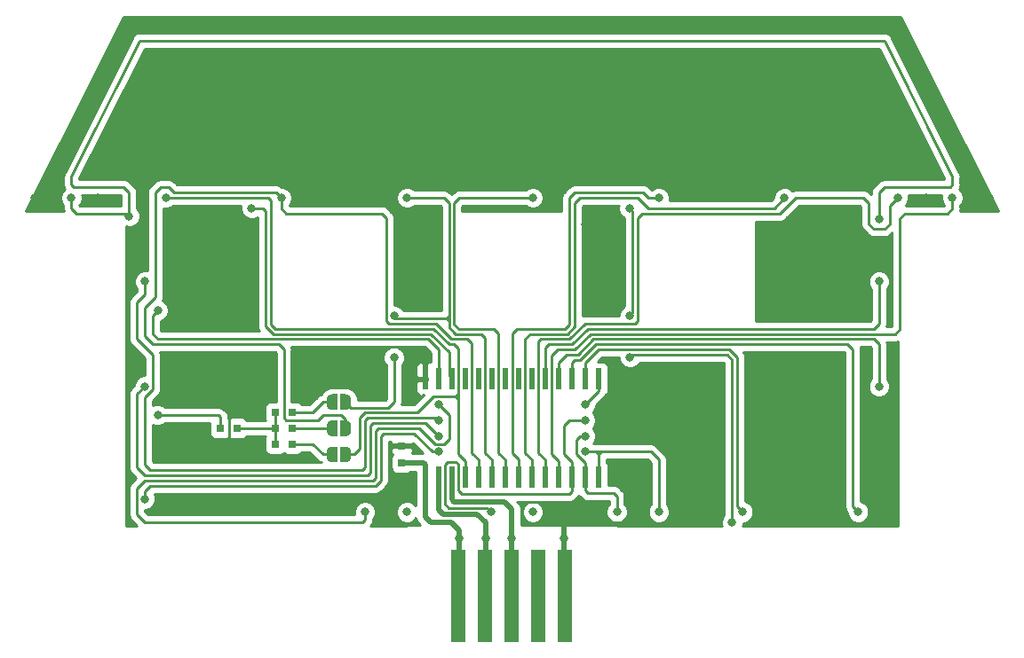
<source format=gbl>
G04 #@! TF.GenerationSoftware,KiCad,Pcbnew,(5.0.2)-1*
G04 #@! TF.CreationDate,2020-02-29T00:21:09+09:00*
G04 #@! TF.ProjectId,House,486f7573-652e-46b6-9963-61645f706362,rev?*
G04 #@! TF.SameCoordinates,Original*
G04 #@! TF.FileFunction,Copper,L2,Bot*
G04 #@! TF.FilePolarity,Positive*
%FSLAX46Y46*%
G04 Gerber Fmt 4.6, Leading zero omitted, Abs format (unit mm)*
G04 Created by KiCad (PCBNEW (5.0.2)-1) date 2020/02/29 0:21:09*
%MOMM*%
%LPD*%
G01*
G04 APERTURE LIST*
G04 #@! TA.AperFunction,SMDPad,CuDef*
%ADD10R,0.600000X2.000000*%
G04 #@! TD*
G04 #@! TA.AperFunction,SMDPad,CuDef*
%ADD11C,0.500000*%
G04 #@! TD*
G04 #@! TA.AperFunction,Conductor*
%ADD12C,0.100000*%
G04 #@! TD*
G04 #@! TA.AperFunction,SMDPad,CuDef*
%ADD13R,0.800000X0.800000*%
G04 #@! TD*
G04 #@! TA.AperFunction,ConnectorPad*
%ADD14R,1.470000X8.890000*%
G04 #@! TD*
G04 #@! TA.AperFunction,ViaPad*
%ADD15C,0.800000*%
G04 #@! TD*
G04 #@! TA.AperFunction,Conductor*
%ADD16C,0.500000*%
G04 #@! TD*
G04 #@! TA.AperFunction,Conductor*
%ADD17C,0.250000*%
G04 #@! TD*
G04 #@! TA.AperFunction,Conductor*
%ADD18C,0.254000*%
G04 #@! TD*
G04 APERTURE END LIST*
D10*
G04 #@! TO.P,U1,1*
G04 #@! TO.N,GND*
X139245000Y-85300000D03*
G04 #@! TO.P,U1,2*
G04 #@! TO.N,Net-(D1-Pad1)*
X140515000Y-85300000D03*
G04 #@! TO.P,U1,3*
G04 #@! TO.N,Net-(D17-Pad1)*
X141785000Y-85300000D03*
G04 #@! TO.P,U1,4*
G04 #@! TO.N,Net-(U1-Pad4)*
X143055000Y-85300000D03*
G04 #@! TO.P,U1,5*
G04 #@! TO.N,Net-(U1-Pad5)*
X144325000Y-85300000D03*
G04 #@! TO.P,U1,6*
G04 #@! TO.N,Net-(U1-Pad6)*
X145595000Y-85300000D03*
G04 #@! TO.P,U1,7*
G04 #@! TO.N,Net-(U1-Pad7)*
X146865000Y-85300000D03*
G04 #@! TO.P,U1,8*
G04 #@! TO.N,Net-(U1-Pad8)*
X148135000Y-85300000D03*
G04 #@! TO.P,U1,9*
G04 #@! TO.N,Net-(U1-Pad9)*
X149405000Y-85300000D03*
G04 #@! TO.P,U1,10*
G04 #@! TO.N,Net-(D16-Pad2)*
X150675000Y-85300000D03*
G04 #@! TO.P,U1,11*
G04 #@! TO.N,Net-(D15-Pad2)*
X151945000Y-85300000D03*
G04 #@! TO.P,U1,12*
G04 #@! TO.N,Net-(D14-Pad2)*
X153215000Y-85300000D03*
G04 #@! TO.P,U1,13*
G04 #@! TO.N,Net-(D13-Pad2)*
X154485000Y-85300000D03*
G04 #@! TO.P,U1,14*
G04 #@! TO.N,Net-(D12-Pad2)*
X155755000Y-85300000D03*
G04 #@! TO.P,U1,15*
G04 #@! TO.N,Net-(D11-Pad2)*
X155755000Y-94700000D03*
G04 #@! TO.P,U1,16*
G04 #@! TO.N,Net-(D10-Pad2)*
X154485000Y-94700000D03*
G04 #@! TO.P,U1,17*
G04 #@! TO.N,Net-(D25-Pad2)*
X153215000Y-94700000D03*
G04 #@! TO.P,U1,18*
G04 #@! TO.N,Net-(D24-Pad2)*
X151945000Y-94700000D03*
G04 #@! TO.P,U1,19*
G04 #@! TO.N,Net-(D23-Pad2)*
X150675000Y-94700000D03*
G04 #@! TO.P,U1,20*
G04 #@! TO.N,Net-(D22-Pad2)*
X149405000Y-94700000D03*
G04 #@! TO.P,U1,21*
G04 #@! TO.N,Net-(D21-Pad2)*
X148135000Y-94700000D03*
G04 #@! TO.P,U1,22*
G04 #@! TO.N,Net-(D20-Pad2)*
X146865000Y-94700000D03*
G04 #@! TO.P,U1,23*
G04 #@! TO.N,Net-(D19-Pad2)*
X145595000Y-94700000D03*
G04 #@! TO.P,U1,24*
G04 #@! TO.N,Net-(D18-Pad2)*
X144325000Y-94700000D03*
G04 #@! TO.P,U1,25*
G04 #@! TO.N,Net-(D1-Pad2)*
X143055000Y-94700000D03*
G04 #@! TO.P,U1,26*
G04 #@! TO.N,SCL*
X141785000Y-94700000D03*
G04 #@! TO.P,U1,27*
G04 #@! TO.N,SDA*
X140515000Y-94700000D03*
G04 #@! TO.P,U1,28*
G04 #@! TO.N,+5V*
X139245000Y-94700000D03*
G04 #@! TD*
D11*
G04 #@! TO.P,JP1,1*
G04 #@! TO.N,Net-(JP1-Pad1)*
X130350000Y-92500000D03*
D12*
G04 #@! TD*
G04 #@! TO.N,Net-(JP1-Pad1)*
G04 #@! TO.C,JP1*
G36*
X130850000Y-93250000D02*
X130350000Y-93250000D01*
X130350000Y-93249398D01*
X130325466Y-93249398D01*
X130276635Y-93244588D01*
X130228510Y-93235016D01*
X130181555Y-93220772D01*
X130136222Y-93201995D01*
X130092949Y-93178864D01*
X130052150Y-93151604D01*
X130014221Y-93120476D01*
X129979524Y-93085779D01*
X129948396Y-93047850D01*
X129921136Y-93007051D01*
X129898005Y-92963778D01*
X129879228Y-92918445D01*
X129864984Y-92871490D01*
X129855412Y-92823365D01*
X129850602Y-92774534D01*
X129850602Y-92750000D01*
X129850000Y-92750000D01*
X129850000Y-92250000D01*
X129850602Y-92250000D01*
X129850602Y-92225466D01*
X129855412Y-92176635D01*
X129864984Y-92128510D01*
X129879228Y-92081555D01*
X129898005Y-92036222D01*
X129921136Y-91992949D01*
X129948396Y-91952150D01*
X129979524Y-91914221D01*
X130014221Y-91879524D01*
X130052150Y-91848396D01*
X130092949Y-91821136D01*
X130136222Y-91798005D01*
X130181555Y-91779228D01*
X130228510Y-91764984D01*
X130276635Y-91755412D01*
X130325466Y-91750602D01*
X130350000Y-91750602D01*
X130350000Y-91750000D01*
X130850000Y-91750000D01*
X130850000Y-93250000D01*
X130850000Y-93250000D01*
G37*
D11*
G04 #@! TO.P,JP1,2*
G04 #@! TO.N,Net-(D1-Pad2)*
X131650000Y-92500000D03*
D12*
G04 #@! TD*
G04 #@! TO.N,Net-(D1-Pad2)*
G04 #@! TO.C,JP1*
G36*
X131650000Y-91750602D02*
X131674534Y-91750602D01*
X131723365Y-91755412D01*
X131771490Y-91764984D01*
X131818445Y-91779228D01*
X131863778Y-91798005D01*
X131907051Y-91821136D01*
X131947850Y-91848396D01*
X131985779Y-91879524D01*
X132020476Y-91914221D01*
X132051604Y-91952150D01*
X132078864Y-91992949D01*
X132101995Y-92036222D01*
X132120772Y-92081555D01*
X132135016Y-92128510D01*
X132144588Y-92176635D01*
X132149398Y-92225466D01*
X132149398Y-92250000D01*
X132150000Y-92250000D01*
X132150000Y-92750000D01*
X132149398Y-92750000D01*
X132149398Y-92774534D01*
X132144588Y-92823365D01*
X132135016Y-92871490D01*
X132120772Y-92918445D01*
X132101995Y-92963778D01*
X132078864Y-93007051D01*
X132051604Y-93047850D01*
X132020476Y-93085779D01*
X131985779Y-93120476D01*
X131947850Y-93151604D01*
X131907051Y-93178864D01*
X131863778Y-93201995D01*
X131818445Y-93220772D01*
X131771490Y-93235016D01*
X131723365Y-93244588D01*
X131674534Y-93249398D01*
X131650000Y-93249398D01*
X131650000Y-93250000D01*
X131150000Y-93250000D01*
X131150000Y-91750000D01*
X131650000Y-91750000D01*
X131650000Y-91750602D01*
X131650000Y-91750602D01*
G37*
D11*
G04 #@! TO.P,JP2,2*
G04 #@! TO.N,Net-(D18-Pad2)*
X131650000Y-90000000D03*
D12*
G04 #@! TD*
G04 #@! TO.N,Net-(D18-Pad2)*
G04 #@! TO.C,JP2*
G36*
X131650000Y-89250602D02*
X131674534Y-89250602D01*
X131723365Y-89255412D01*
X131771490Y-89264984D01*
X131818445Y-89279228D01*
X131863778Y-89298005D01*
X131907051Y-89321136D01*
X131947850Y-89348396D01*
X131985779Y-89379524D01*
X132020476Y-89414221D01*
X132051604Y-89452150D01*
X132078864Y-89492949D01*
X132101995Y-89536222D01*
X132120772Y-89581555D01*
X132135016Y-89628510D01*
X132144588Y-89676635D01*
X132149398Y-89725466D01*
X132149398Y-89750000D01*
X132150000Y-89750000D01*
X132150000Y-90250000D01*
X132149398Y-90250000D01*
X132149398Y-90274534D01*
X132144588Y-90323365D01*
X132135016Y-90371490D01*
X132120772Y-90418445D01*
X132101995Y-90463778D01*
X132078864Y-90507051D01*
X132051604Y-90547850D01*
X132020476Y-90585779D01*
X131985779Y-90620476D01*
X131947850Y-90651604D01*
X131907051Y-90678864D01*
X131863778Y-90701995D01*
X131818445Y-90720772D01*
X131771490Y-90735016D01*
X131723365Y-90744588D01*
X131674534Y-90749398D01*
X131650000Y-90749398D01*
X131650000Y-90750000D01*
X131150000Y-90750000D01*
X131150000Y-89250000D01*
X131650000Y-89250000D01*
X131650000Y-89250602D01*
X131650000Y-89250602D01*
G37*
D11*
G04 #@! TO.P,JP2,1*
G04 #@! TO.N,Net-(JP2-Pad1)*
X130350000Y-90000000D03*
D12*
G04 #@! TD*
G04 #@! TO.N,Net-(JP2-Pad1)*
G04 #@! TO.C,JP2*
G36*
X130850000Y-90750000D02*
X130350000Y-90750000D01*
X130350000Y-90749398D01*
X130325466Y-90749398D01*
X130276635Y-90744588D01*
X130228510Y-90735016D01*
X130181555Y-90720772D01*
X130136222Y-90701995D01*
X130092949Y-90678864D01*
X130052150Y-90651604D01*
X130014221Y-90620476D01*
X129979524Y-90585779D01*
X129948396Y-90547850D01*
X129921136Y-90507051D01*
X129898005Y-90463778D01*
X129879228Y-90418445D01*
X129864984Y-90371490D01*
X129855412Y-90323365D01*
X129850602Y-90274534D01*
X129850602Y-90250000D01*
X129850000Y-90250000D01*
X129850000Y-89750000D01*
X129850602Y-89750000D01*
X129850602Y-89725466D01*
X129855412Y-89676635D01*
X129864984Y-89628510D01*
X129879228Y-89581555D01*
X129898005Y-89536222D01*
X129921136Y-89492949D01*
X129948396Y-89452150D01*
X129979524Y-89414221D01*
X130014221Y-89379524D01*
X130052150Y-89348396D01*
X130092949Y-89321136D01*
X130136222Y-89298005D01*
X130181555Y-89279228D01*
X130228510Y-89264984D01*
X130276635Y-89255412D01*
X130325466Y-89250602D01*
X130350000Y-89250602D01*
X130350000Y-89250000D01*
X130850000Y-89250000D01*
X130850000Y-90750000D01*
X130850000Y-90750000D01*
G37*
D11*
G04 #@! TO.P,JP3,1*
G04 #@! TO.N,Net-(JP3-Pad1)*
X130350000Y-87500000D03*
D12*
G04 #@! TD*
G04 #@! TO.N,Net-(JP3-Pad1)*
G04 #@! TO.C,JP3*
G36*
X130850000Y-88250000D02*
X130350000Y-88250000D01*
X130350000Y-88249398D01*
X130325466Y-88249398D01*
X130276635Y-88244588D01*
X130228510Y-88235016D01*
X130181555Y-88220772D01*
X130136222Y-88201995D01*
X130092949Y-88178864D01*
X130052150Y-88151604D01*
X130014221Y-88120476D01*
X129979524Y-88085779D01*
X129948396Y-88047850D01*
X129921136Y-88007051D01*
X129898005Y-87963778D01*
X129879228Y-87918445D01*
X129864984Y-87871490D01*
X129855412Y-87823365D01*
X129850602Y-87774534D01*
X129850602Y-87750000D01*
X129850000Y-87750000D01*
X129850000Y-87250000D01*
X129850602Y-87250000D01*
X129850602Y-87225466D01*
X129855412Y-87176635D01*
X129864984Y-87128510D01*
X129879228Y-87081555D01*
X129898005Y-87036222D01*
X129921136Y-86992949D01*
X129948396Y-86952150D01*
X129979524Y-86914221D01*
X130014221Y-86879524D01*
X130052150Y-86848396D01*
X130092949Y-86821136D01*
X130136222Y-86798005D01*
X130181555Y-86779228D01*
X130228510Y-86764984D01*
X130276635Y-86755412D01*
X130325466Y-86750602D01*
X130350000Y-86750602D01*
X130350000Y-86750000D01*
X130850000Y-86750000D01*
X130850000Y-88250000D01*
X130850000Y-88250000D01*
G37*
D11*
G04 #@! TO.P,JP3,2*
G04 #@! TO.N,Net-(D19-Pad2)*
X131650000Y-87500000D03*
D12*
G04 #@! TD*
G04 #@! TO.N,Net-(D19-Pad2)*
G04 #@! TO.C,JP3*
G36*
X131650000Y-86750602D02*
X131674534Y-86750602D01*
X131723365Y-86755412D01*
X131771490Y-86764984D01*
X131818445Y-86779228D01*
X131863778Y-86798005D01*
X131907051Y-86821136D01*
X131947850Y-86848396D01*
X131985779Y-86879524D01*
X132020476Y-86914221D01*
X132051604Y-86952150D01*
X132078864Y-86992949D01*
X132101995Y-87036222D01*
X132120772Y-87081555D01*
X132135016Y-87128510D01*
X132144588Y-87176635D01*
X132149398Y-87225466D01*
X132149398Y-87250000D01*
X132150000Y-87250000D01*
X132150000Y-87750000D01*
X132149398Y-87750000D01*
X132149398Y-87774534D01*
X132144588Y-87823365D01*
X132135016Y-87871490D01*
X132120772Y-87918445D01*
X132101995Y-87963778D01*
X132078864Y-88007051D01*
X132051604Y-88047850D01*
X132020476Y-88085779D01*
X131985779Y-88120476D01*
X131947850Y-88151604D01*
X131907051Y-88178864D01*
X131863778Y-88201995D01*
X131818445Y-88220772D01*
X131771490Y-88235016D01*
X131723365Y-88244588D01*
X131674534Y-88249398D01*
X131650000Y-88249398D01*
X131650000Y-88250000D01*
X131150000Y-88250000D01*
X131150000Y-86750000D01*
X131650000Y-86750000D01*
X131650000Y-86750602D01*
X131650000Y-86750602D01*
G37*
D13*
G04 #@! TO.P,R1,1*
G04 #@! TO.N,Net-(JP1-Pad1)*
X126550000Y-91500000D03*
G04 #@! TO.P,R1,2*
G04 #@! TO.N,Net-(D28-Pad1)*
X124950000Y-91500000D03*
G04 #@! TD*
G04 #@! TO.P,R2,2*
G04 #@! TO.N,Net-(D28-Pad1)*
X124950000Y-90000000D03*
G04 #@! TO.P,R2,1*
G04 #@! TO.N,Net-(JP2-Pad1)*
X126550000Y-90000000D03*
G04 #@! TD*
G04 #@! TO.P,R3,1*
G04 #@! TO.N,Net-(JP3-Pad1)*
X126550000Y-88500000D03*
G04 #@! TO.P,R3,2*
G04 #@! TO.N,Net-(D28-Pad1)*
X124950000Y-88500000D03*
G04 #@! TD*
G04 #@! TO.P,D28,2*
G04 #@! TO.N,Net-(D1-Pad1)*
X119700000Y-90000000D03*
G04 #@! TO.P,D28,1*
G04 #@! TO.N,Net-(D28-Pad1)*
X121300000Y-90000000D03*
G04 #@! TD*
G04 #@! TO.P,C1,2*
G04 #@! TO.N,GND*
X137000000Y-91700000D03*
G04 #@! TO.P,C1,1*
G04 #@! TO.N,+5V*
X137000000Y-93300000D03*
G04 #@! TD*
D14*
G04 #@! TO.P,J1,1*
G04 #@! TO.N,+5V*
X142420000Y-106000000D03*
G04 #@! TO.P,J1,2*
G04 #@! TO.N,SDA*
X144960000Y-106000000D03*
G04 #@! TO.P,J1,3*
G04 #@! TO.N,SCL*
X147500000Y-106000000D03*
G04 #@! TO.P,J1,4*
G04 #@! TO.N,Net-(J1-Pad4)*
X150040000Y-106000000D03*
G04 #@! TO.P,J1,5*
G04 #@! TO.N,GND*
X152580000Y-106000000D03*
G04 #@! TD*
D15*
G04 #@! TO.N,+5V*
X142500000Y-100500000D03*
G04 #@! TO.N,GND*
X187000000Y-65000000D03*
X187000000Y-68000000D03*
X173500000Y-88500000D03*
X121500000Y-88500000D03*
X121500000Y-79500000D03*
X121500000Y-70500000D03*
X173500000Y-70500000D03*
X173500000Y-79500000D03*
X102000000Y-68000000D03*
X193000000Y-68000000D03*
X173500000Y-98000000D03*
X121500000Y-98000000D03*
X114500000Y-98000000D03*
X181250000Y-88750000D03*
X182500000Y-96500000D03*
X152500000Y-100500000D03*
X121500000Y-52000000D03*
X145500000Y-52000000D03*
X169500000Y-52000000D03*
X180500000Y-52000000D03*
X157500000Y-52000000D03*
X133500000Y-52000000D03*
X184500000Y-52000000D03*
X110500000Y-52000000D03*
X137500000Y-95000000D03*
X137500000Y-85250000D03*
X157500000Y-85250000D03*
X157500000Y-95000000D03*
X154500000Y-70500000D03*
X140500000Y-70500000D03*
X169500000Y-68000000D03*
X133500000Y-68000000D03*
X108000000Y-68000000D03*
X108000000Y-65000000D03*
G04 #@! TO.N,Net-(D1-Pad1)*
X111000000Y-69750000D03*
X182500000Y-70000000D03*
X113750000Y-88750000D03*
X113750000Y-78750000D03*
X105500000Y-68000000D03*
G04 #@! TO.N,Net-(D1-Pad2)*
X114500000Y-68000000D03*
G04 #@! TO.N,Net-(D10-Pad2)*
X112500000Y-86000000D03*
X154500000Y-90750000D03*
X157500000Y-98000000D03*
X140500000Y-90750000D03*
X149500000Y-98000000D03*
G04 #@! TO.N,Net-(D11-Pad2)*
X161500000Y-98000000D03*
X112500000Y-96750000D03*
X154500000Y-92250000D03*
X140500000Y-92250000D03*
G04 #@! TO.N,SCL*
X147500000Y-100500000D03*
G04 #@! TO.N,SDA*
X145000000Y-100500000D03*
G04 #@! TO.N,Net-(D18-Pad2)*
X125500000Y-68000000D03*
G04 #@! TO.N,Net-(D19-Pad2)*
X137500000Y-68000000D03*
X136250000Y-79250000D03*
X136250000Y-83250000D03*
G04 #@! TO.N,Net-(D20-Pad2)*
X149500000Y-68000000D03*
G04 #@! TO.N,Net-(D21-Pad2)*
X161500000Y-68000000D03*
G04 #@! TO.N,Net-(D22-Pad2)*
X173500000Y-68000000D03*
G04 #@! TO.N,Net-(D23-Pad2)*
X184300000Y-68000000D03*
G04 #@! TO.N,Net-(D24-Pad2)*
X189500000Y-68000000D03*
G04 #@! TO.N,Net-(D25-Pad2)*
X112500000Y-76000000D03*
X145500000Y-98000000D03*
X154500000Y-89250000D03*
X140500000Y-89250000D03*
X137500000Y-98000000D03*
G04 #@! TO.N,Net-(D13-Pad2)*
X169500000Y-98000000D03*
G04 #@! TO.N,Net-(D14-Pad2)*
X180500000Y-98000000D03*
G04 #@! TO.N,Net-(D15-Pad2)*
X182500000Y-86000000D03*
G04 #@! TO.N,Net-(D16-Pad2)*
X182500000Y-76000000D03*
G04 #@! TO.N,Net-(D17-Pad1)*
X158750000Y-79250000D03*
X168500000Y-99000000D03*
X158750000Y-83250000D03*
X158700000Y-69000000D03*
X122700000Y-69000000D03*
G04 #@! TO.N,Net-(D12-Pad2)*
X133500000Y-98000000D03*
X154500000Y-87750000D03*
X140500000Y-87750000D03*
G04 #@! TD*
D16*
G04 #@! TO.N,+5V*
X142500000Y-105920000D02*
X142420000Y-106000000D01*
X142500000Y-100500000D02*
X142500000Y-105920000D01*
X137000000Y-93300000D02*
X139050000Y-93300000D01*
X139245000Y-93495000D02*
X139245000Y-94700000D01*
X139050000Y-93300000D02*
X139245000Y-93495000D01*
X139245000Y-94700000D02*
X139245000Y-98495000D01*
X139245000Y-98495000D02*
X139750000Y-99000000D01*
X142500000Y-99750000D02*
X141750000Y-99000000D01*
X139750000Y-99000000D02*
X141750000Y-99000000D01*
X142500000Y-99750000D02*
X142500000Y-100500000D01*
D17*
G04 #@! TO.N,GND*
X148500000Y-97000000D02*
X150500000Y-97000000D01*
D16*
X152500000Y-105920000D02*
X152580000Y-106000000D01*
X152500000Y-100500000D02*
X152500000Y-105920000D01*
D17*
X133500000Y-52000000D02*
X121500000Y-52000000D01*
X121500000Y-52000000D02*
X114500000Y-52000000D01*
X157500000Y-52000000D02*
X169500000Y-52000000D01*
X169500000Y-52000000D02*
X180500000Y-52000000D01*
X145500000Y-52000000D02*
X157500000Y-52000000D01*
X133500000Y-52000000D02*
X145500000Y-52000000D01*
X180500000Y-52000000D02*
X184500000Y-52000000D01*
X114500000Y-52000000D02*
X110500000Y-52000000D01*
D16*
X152500000Y-100500000D02*
X152500000Y-99250000D01*
D17*
X139245000Y-84050000D02*
X139250000Y-84045000D01*
X139245000Y-85300000D02*
X139245000Y-84050000D01*
X121500000Y-88500000D02*
X120500000Y-88500000D01*
X121500000Y-91500000D02*
X120500000Y-91500000D01*
X120500000Y-91500000D02*
X120500000Y-88500000D01*
X137445000Y-82250000D02*
X139245000Y-84050000D01*
X131250000Y-82250000D02*
X137445000Y-82250000D01*
X129750000Y-83750000D02*
X131250000Y-82250000D01*
X157500000Y-95000000D02*
X158500000Y-95000000D01*
X158500000Y-95000000D02*
X159000000Y-95500000D01*
X159000000Y-95500000D02*
X159000000Y-98500000D01*
X159000000Y-98500000D02*
X158500000Y-99000000D01*
X152750000Y-99000000D02*
X152500000Y-99250000D01*
X158500000Y-99000000D02*
X152750000Y-99000000D01*
X150500000Y-97000000D02*
X152000000Y-97000000D01*
X152000000Y-97000000D02*
X152500000Y-97500000D01*
X152500000Y-97500000D02*
X152500000Y-99000000D01*
G04 #@! TO.N,Net-(D1-Pad1)*
X113750000Y-88750000D02*
X119500000Y-88750000D01*
X119700000Y-88950000D02*
X119700000Y-90000000D01*
X119500000Y-88750000D02*
X119700000Y-88950000D01*
X139500000Y-81500000D02*
X113750000Y-81500000D01*
X140515000Y-85300000D02*
X140515000Y-82515000D01*
X140515000Y-82515000D02*
X139500000Y-81500000D01*
X113750000Y-81500000D02*
X113250000Y-81000000D01*
X113250000Y-81000000D02*
X113250000Y-79250000D01*
X113250000Y-79250000D02*
X113750000Y-78750000D01*
X105500000Y-69000000D02*
X106000000Y-69500000D01*
X106000000Y-69500000D02*
X110750000Y-69500000D01*
X105500000Y-68000000D02*
X105500000Y-69000000D01*
X110750000Y-69500000D02*
X111000000Y-69750000D01*
X182500000Y-67500000D02*
X182500000Y-70000000D01*
X183000000Y-67000000D02*
X182500000Y-67500000D01*
X189250000Y-67000000D02*
X183000000Y-67000000D01*
X189500000Y-66750000D02*
X189250000Y-67000000D01*
X189500000Y-66000000D02*
X189500000Y-66750000D01*
X111000000Y-69750000D02*
X111000000Y-67500000D01*
X111000000Y-67500000D02*
X110500000Y-67000000D01*
X105500000Y-66000000D02*
X105500000Y-66750000D01*
X105500000Y-66750000D02*
X105750000Y-67000000D01*
X110500000Y-67000000D02*
X105750000Y-67000000D01*
X183000000Y-53000000D02*
X189500000Y-66000000D01*
X105500000Y-66000000D02*
X112000000Y-53000000D01*
X112000000Y-53000000D02*
X183000000Y-53000000D01*
G04 #@! TO.N,Net-(D1-Pad2)*
X142160001Y-87000000D02*
X142410001Y-86750000D01*
X142410001Y-87250000D02*
X142160001Y-87000000D01*
X142410001Y-92500000D02*
X142410001Y-87250000D01*
X143055000Y-94700000D02*
X143055000Y-93144999D01*
X143055000Y-93144999D02*
X142410001Y-92500000D01*
X142410001Y-86750000D02*
X142410001Y-87250000D01*
X142410001Y-82410001D02*
X142410001Y-86750000D01*
X142000000Y-82000000D02*
X142410001Y-82410001D01*
X141500000Y-82000000D02*
X142000000Y-82000000D01*
X124250000Y-68000000D02*
X124500000Y-68250000D01*
X114500000Y-68000000D02*
X124250000Y-68000000D01*
X124500000Y-68250000D02*
X124500000Y-80065699D01*
X124500000Y-80065699D02*
X124934301Y-80500000D01*
X124934301Y-80500000D02*
X140000000Y-80500000D01*
X140000000Y-80500000D02*
X141500000Y-82000000D01*
X140000000Y-87000000D02*
X142160001Y-87000000D01*
X132500000Y-92500000D02*
X133000000Y-92000000D01*
X131650000Y-92500000D02*
X132500000Y-92500000D01*
X133000000Y-92000000D02*
X133000000Y-89000000D01*
X133000000Y-89000000D02*
X133500000Y-88500000D01*
X133500000Y-88500000D02*
X138500000Y-88500000D01*
X138500000Y-88500000D02*
X140000000Y-87000000D01*
G04 #@! TO.N,Net-(D10-Pad2)*
X154500000Y-94715000D02*
X154485000Y-94700000D01*
X157500000Y-96500000D02*
X157500000Y-98000000D01*
X157215000Y-96215000D02*
X157500000Y-96500000D01*
X154750000Y-96215000D02*
X157215000Y-96215000D01*
X154485000Y-94700000D02*
X154485000Y-95950000D01*
X154485000Y-95950000D02*
X154750000Y-96215000D01*
X154000000Y-90750000D02*
X154500000Y-90750000D01*
X153676998Y-91073002D02*
X154000000Y-90750000D01*
X153676998Y-92500000D02*
X153676998Y-91073002D01*
X154485000Y-93308002D02*
X153676998Y-92500000D01*
X154485000Y-94700000D02*
X154485000Y-93308002D01*
X111750000Y-86750000D02*
X112500000Y-86000000D01*
X112500000Y-94500000D02*
X111750000Y-93750000D01*
X139250000Y-89500000D02*
X134250000Y-89500000D01*
X140500000Y-90750000D02*
X139250000Y-89500000D01*
X134250000Y-89500000D02*
X134000000Y-89750000D01*
X111750000Y-93750000D02*
X111750000Y-86750000D01*
X134000000Y-89750000D02*
X134000000Y-94250000D01*
X134000000Y-94250000D02*
X133750000Y-94500000D01*
X133750000Y-94500000D02*
X112500000Y-94500000D01*
G04 #@! TO.N,Net-(D11-Pad2)*
X155755000Y-93689315D02*
X155755000Y-94700000D01*
X155755000Y-92505000D02*
X155755000Y-94700000D01*
X154500000Y-92250000D02*
X155500000Y-92250000D01*
X155500000Y-92250000D02*
X155755000Y-92505000D01*
X155755000Y-92495000D02*
X156000000Y-92250000D01*
X155755000Y-92505000D02*
X155755000Y-92495000D01*
X155500000Y-92250000D02*
X156000000Y-92250000D01*
X160750000Y-92250000D02*
X161500000Y-93000000D01*
X161500000Y-98000000D02*
X161500000Y-93000000D01*
X156000000Y-92250000D02*
X160750000Y-92250000D01*
X138184315Y-90500000D02*
X139934315Y-92250000D01*
X135250000Y-90500000D02*
X138184315Y-90500000D01*
X139934315Y-92250000D02*
X140500000Y-92250000D01*
X112500000Y-96000000D02*
X113000000Y-95500000D01*
X113000000Y-95500000D02*
X134500000Y-95500000D01*
X134500000Y-95500000D02*
X135000000Y-95000000D01*
X135000000Y-95000000D02*
X135000000Y-90750000D01*
X112500000Y-96750000D02*
X112500000Y-96000000D01*
X135000000Y-90750000D02*
X135250000Y-90500000D01*
G04 #@! TO.N,Net-(JP1-Pad1)*
X129500000Y-92500000D02*
X130350000Y-92500000D01*
X128500000Y-91500000D02*
X129500000Y-92500000D01*
X126550000Y-91500000D02*
X128500000Y-91500000D01*
G04 #@! TO.N,Net-(JP2-Pad1)*
X126550000Y-90000000D02*
X130350000Y-90000000D01*
G04 #@! TO.N,Net-(JP3-Pad1)*
X129500000Y-87500000D02*
X130350000Y-87500000D01*
X128500000Y-88500000D02*
X129500000Y-87500000D01*
X126550000Y-88500000D02*
X128500000Y-88500000D01*
D16*
G04 #@! TO.N,SCL*
X147500000Y-100500000D02*
X147500000Y-106000000D01*
X147500000Y-99000000D02*
X147500000Y-100500000D01*
X147500000Y-97750000D02*
X147500000Y-99000000D01*
X146750000Y-97000000D02*
X147500000Y-97750000D01*
X142000000Y-97000000D02*
X146750000Y-97000000D01*
X141785000Y-94700000D02*
X141785000Y-96785000D01*
X141785000Y-96785000D02*
X142000000Y-97000000D01*
G04 #@! TO.N,SDA*
X145000000Y-105960000D02*
X144960000Y-106000000D01*
X145000000Y-100500000D02*
X145000000Y-105960000D01*
X140515000Y-97765000D02*
X140515000Y-94700000D01*
X140950000Y-98200000D02*
X140515000Y-97765000D01*
X144200000Y-98200000D02*
X140950000Y-98200000D01*
X145000000Y-100500000D02*
X145000000Y-99000000D01*
X145000000Y-99000000D02*
X144200000Y-98200000D01*
D17*
G04 #@! TO.N,Net-(D18-Pad2)*
X140299990Y-80000000D02*
X135750000Y-80000000D01*
X135500000Y-79750000D02*
X135500000Y-69934301D01*
X135065699Y-69500000D02*
X126000000Y-69500000D01*
X135500000Y-69934301D02*
X135065699Y-69500000D01*
X125500000Y-69000000D02*
X125500000Y-68000000D01*
X126000000Y-69500000D02*
X125500000Y-69000000D01*
X141750000Y-81450010D02*
X140299990Y-80000000D01*
X135750000Y-80000000D02*
X135500000Y-79750000D01*
X143680001Y-92355001D02*
X143680001Y-81880001D01*
X143250010Y-81450010D02*
X141750000Y-81450010D01*
X143680001Y-81880001D02*
X143250010Y-81450010D01*
X144325000Y-93000000D02*
X143680001Y-92355001D01*
X144325000Y-94700000D02*
X144325000Y-93000000D01*
X115250000Y-67500000D02*
X125000000Y-67500000D01*
X129000000Y-89250000D02*
X126000000Y-89250000D01*
X126000000Y-89250000D02*
X125750000Y-89000000D01*
X125750000Y-82500000D02*
X125250000Y-82000000D01*
X125750000Y-89000000D02*
X125750000Y-82500000D01*
X131247592Y-88750000D02*
X129500000Y-88750000D01*
X129500000Y-88750000D02*
X129000000Y-89250000D01*
X131650000Y-90000000D02*
X131650000Y-89152408D01*
X131650000Y-89152408D02*
X131247592Y-88750000D01*
X112500000Y-78500000D02*
X113500000Y-77500000D01*
X113500000Y-77500000D02*
X113500000Y-67500000D01*
X113500000Y-67500000D02*
X114000000Y-67000000D01*
X125000000Y-67500000D02*
X125500000Y-68000000D01*
X114000000Y-67000000D02*
X114750000Y-67000000D01*
X114750000Y-67000000D02*
X115250000Y-67500000D01*
X113250000Y-82000000D02*
X112500000Y-81250000D01*
X112500000Y-81250000D02*
X112500000Y-78500000D01*
X125250000Y-82000000D02*
X113250000Y-82000000D01*
G04 #@! TO.N,Net-(D19-Pad2)*
X144950001Y-92355001D02*
X145595000Y-93000000D01*
X144950001Y-81350001D02*
X144950001Y-92355001D01*
X144600000Y-81000000D02*
X144950001Y-81350001D01*
X142100000Y-81000000D02*
X144600000Y-81000000D01*
X145595000Y-93000000D02*
X145595000Y-94700000D01*
X136500000Y-79500000D02*
X136250000Y-79250000D01*
X139426998Y-79500000D02*
X136500000Y-79500000D01*
X139426998Y-79500000D02*
X140600000Y-79500000D01*
X142000000Y-80900000D02*
X142100000Y-81000000D01*
X141500000Y-80400000D02*
X142000000Y-80900000D01*
X136250000Y-87500000D02*
X136250000Y-83250000D01*
X135725226Y-88024774D02*
X136250000Y-87500000D01*
X132174774Y-88024774D02*
X135725226Y-88024774D01*
X131650000Y-87500000D02*
X132174774Y-88024774D01*
X141000000Y-68000000D02*
X141500000Y-68500000D01*
X137500000Y-68000000D02*
X141000000Y-68000000D01*
X141500000Y-68500000D02*
X141500000Y-78200000D01*
X141250000Y-79500000D02*
X141500000Y-79750000D01*
X141500000Y-79750000D02*
X141500000Y-80400000D01*
X141500000Y-79500000D02*
X141500000Y-79750000D01*
X141250000Y-79500000D02*
X141500000Y-79500000D01*
X140600000Y-79500000D02*
X141250000Y-79500000D01*
X141250000Y-79500000D02*
X141500000Y-79250000D01*
X141500000Y-78200000D02*
X141500000Y-79250000D01*
X141500000Y-79250000D02*
X141500000Y-79500000D01*
G04 #@! TO.N,Net-(D20-Pad2)*
X146865000Y-93865000D02*
X146865000Y-94700000D01*
X146865000Y-93000000D02*
X146865000Y-93865000D01*
X146220001Y-80970001D02*
X146220001Y-92355001D01*
X145750000Y-80500000D02*
X146220001Y-80970001D01*
X142000000Y-80065699D02*
X142434301Y-80500000D01*
X146220001Y-92355001D02*
X146865000Y-93000000D01*
X142434301Y-80500000D02*
X145750000Y-80500000D01*
X142500000Y-68000000D02*
X142000000Y-68500000D01*
X149500000Y-68000000D02*
X142500000Y-68000000D01*
X142000000Y-68500000D02*
X142000000Y-80065699D01*
G04 #@! TO.N,Net-(D21-Pad2)*
X153000000Y-68000000D02*
X153500000Y-67500000D01*
X153000000Y-80065699D02*
X153000000Y-68000000D01*
X148135000Y-93000000D02*
X147509999Y-92374999D01*
X147509999Y-92374999D02*
X147509999Y-80990001D01*
X148135000Y-94700000D02*
X148135000Y-93000000D01*
X147509999Y-80990001D02*
X148000000Y-80500000D01*
X148000000Y-80500000D02*
X152565699Y-80500000D01*
X152565699Y-80500000D02*
X153000000Y-80065699D01*
X161500000Y-68000000D02*
X160500000Y-68000000D01*
X160500000Y-68000000D02*
X160000000Y-67500000D01*
X153500000Y-67500000D02*
X160000000Y-67500000D01*
G04 #@! TO.N,Net-(D22-Pad2)*
X172500000Y-69000000D02*
X173500000Y-68000000D01*
X160500000Y-69000000D02*
X172500000Y-69000000D01*
X159500000Y-68000000D02*
X160500000Y-69000000D01*
X154000000Y-68000000D02*
X159500000Y-68000000D01*
X153500000Y-68500000D02*
X154000000Y-68000000D01*
X148760001Y-92355001D02*
X148760001Y-81489999D01*
X149405000Y-94700000D02*
X149405000Y-93000000D01*
X148760001Y-81489999D02*
X149250000Y-81000000D01*
X149250000Y-81000000D02*
X152800000Y-81000000D01*
X149405000Y-93000000D02*
X148760001Y-92355001D01*
X152800000Y-81000000D02*
X153500000Y-80300000D01*
X153500000Y-80300000D02*
X153500000Y-68500000D01*
G04 #@! TO.N,Net-(D23-Pad2)*
X183500000Y-70500000D02*
X183500000Y-68800000D01*
X182000000Y-71000000D02*
X183000000Y-71000000D01*
X150250000Y-81500000D02*
X153000000Y-81500000D01*
X150030001Y-81719999D02*
X150250000Y-81500000D01*
X183000000Y-71000000D02*
X183500000Y-70500000D01*
X150030001Y-92355001D02*
X150030001Y-81719999D01*
X174573002Y-68000000D02*
X181000000Y-68000000D01*
X150675000Y-93000000D02*
X150030001Y-92355001D01*
X150675000Y-94700000D02*
X150675000Y-93000000D01*
X183500000Y-68800000D02*
X184300000Y-68000000D01*
X153000000Y-81500000D02*
X154500000Y-80000000D01*
X181000000Y-68000000D02*
X181500000Y-68500000D01*
X154500000Y-80000000D02*
X159250000Y-80000000D01*
X159250000Y-80000000D02*
X159500000Y-79750000D01*
X159500000Y-79750000D02*
X159500000Y-69934301D01*
X159500000Y-69934301D02*
X159934301Y-69500000D01*
X181500000Y-68500000D02*
X181500000Y-70500000D01*
X159934301Y-69500000D02*
X173073002Y-69500000D01*
X181500000Y-70500000D02*
X182000000Y-71000000D01*
X173073002Y-69500000D02*
X174573002Y-68000000D01*
G04 #@! TO.N,Net-(D24-Pad2)*
X151859998Y-82500000D02*
X151300001Y-83059997D01*
X153500000Y-82500000D02*
X151859998Y-82500000D01*
X151300001Y-92500000D02*
X151945000Y-93144999D01*
X155000000Y-81000000D02*
X153500000Y-82500000D01*
X184000000Y-81000000D02*
X155000000Y-81000000D01*
X151300001Y-83059997D02*
X151300001Y-92500000D01*
X189500000Y-68000000D02*
X189500000Y-69000000D01*
X189500000Y-69000000D02*
X189000000Y-69500000D01*
X189000000Y-69500000D02*
X184934301Y-69500000D01*
X184934301Y-69500000D02*
X184500000Y-69934301D01*
X184500000Y-69934301D02*
X184500000Y-80500000D01*
X151945000Y-93144999D02*
X151945000Y-94700000D01*
X184500000Y-80500000D02*
X184000000Y-81000000D01*
G04 #@! TO.N,Net-(D25-Pad2)*
X153215000Y-93215000D02*
X152500000Y-92500000D01*
X153215000Y-94700000D02*
X153215000Y-93215000D01*
X152500000Y-89750000D02*
X153000000Y-89250000D01*
X154500000Y-89250000D02*
X153000000Y-89250000D01*
X152500000Y-89750000D02*
X152500000Y-92500000D01*
X141490002Y-97600001D02*
X145100001Y-97600001D01*
X141140001Y-97250000D02*
X141490002Y-97600001D01*
X145100001Y-97600001D02*
X145500000Y-98000000D01*
X141399998Y-93200000D02*
X141140001Y-93459997D01*
X142170002Y-93200000D02*
X141399998Y-93200000D01*
X153215000Y-96035000D02*
X153000000Y-96250000D01*
X153215000Y-94700000D02*
X153215000Y-96035000D01*
X153000000Y-96250000D02*
X142719998Y-96250000D01*
X141140001Y-93459997D02*
X141140001Y-97250000D01*
X142719998Y-96250000D02*
X142410001Y-95940003D01*
X142410001Y-95940003D02*
X142410001Y-93439999D01*
X142410001Y-93439999D02*
X142170002Y-93200000D01*
X112500000Y-77250000D02*
X112500000Y-76000000D01*
X111750000Y-78000000D02*
X112500000Y-77250000D01*
X111750000Y-81500000D02*
X111750000Y-78000000D01*
X113250000Y-86323002D02*
X113250000Y-83000000D01*
X112500000Y-87073002D02*
X113250000Y-86323002D01*
X112500000Y-93500000D02*
X112500000Y-87073002D01*
X113000000Y-94000000D02*
X112500000Y-93500000D01*
X133750000Y-89000000D02*
X133500000Y-89250000D01*
X133500000Y-89250000D02*
X133500000Y-93750000D01*
X113250000Y-83000000D02*
X111750000Y-81500000D01*
X140250000Y-89000000D02*
X133750000Y-89000000D01*
X133500000Y-93750000D02*
X133250000Y-94000000D01*
X140500000Y-89250000D02*
X140250000Y-89000000D01*
X133250000Y-94000000D02*
X113000000Y-94000000D01*
G04 #@! TO.N,Net-(D13-Pad2)*
X154500000Y-85315000D02*
X154485000Y-85300000D01*
X154485000Y-83765000D02*
X155750000Y-82500000D01*
X154485000Y-85300000D02*
X154485000Y-83765000D01*
X169500000Y-98000000D02*
X169000000Y-97500000D01*
X169000000Y-97500000D02*
X169000000Y-83250000D01*
X169000000Y-83250000D02*
X168250000Y-82500000D01*
X155750000Y-82500000D02*
X168250000Y-82500000D01*
G04 #@! TO.N,Net-(D14-Pad2)*
X180000000Y-97500000D02*
X180500000Y-98000000D01*
X153215000Y-85300000D02*
X153215000Y-83785000D01*
X154000000Y-83500000D02*
X155500000Y-82000000D01*
X153215000Y-83785000D02*
X153500000Y-83500000D01*
X153500000Y-83500000D02*
X154000000Y-83500000D01*
X155500000Y-82000000D02*
X179500000Y-82000000D01*
X180000000Y-82500000D02*
X180000000Y-97500000D01*
X179500000Y-82000000D02*
X180000000Y-82500000D01*
G04 #@! TO.N,Net-(D15-Pad2)*
X182500000Y-86000000D02*
X182500000Y-82000000D01*
X182500000Y-82000000D02*
X182000000Y-81500000D01*
X182000000Y-81500000D02*
X155250000Y-81500000D01*
X155250000Y-81500000D02*
X153775001Y-82974999D01*
X151945000Y-83750000D02*
X151945000Y-85300000D01*
X153775001Y-82974999D02*
X152720001Y-82974999D01*
X152720001Y-82974999D02*
X151945000Y-83750000D01*
G04 #@! TO.N,Net-(D16-Pad2)*
X182500000Y-76000000D02*
X182500000Y-80000000D01*
X182500000Y-80000000D02*
X182000000Y-80500000D01*
X182000000Y-80500000D02*
X154750000Y-80500000D01*
X154750000Y-80500000D02*
X153250000Y-82000000D01*
X153250000Y-82000000D02*
X151000000Y-82000000D01*
X150675000Y-82325000D02*
X150675000Y-85300000D01*
X151000000Y-82000000D02*
X150675000Y-82325000D01*
G04 #@! TO.N,Net-(D17-Pad1)*
X159000000Y-69300000D02*
X158700000Y-69000000D01*
X159000000Y-79000000D02*
X159000000Y-69300000D01*
X158750000Y-79250000D02*
X159000000Y-79000000D01*
X159000000Y-83000000D02*
X158750000Y-83250000D01*
X168500000Y-99000000D02*
X168500000Y-97500000D01*
X141500000Y-85015000D02*
X141785000Y-85300000D01*
X141500000Y-82750000D02*
X141500000Y-85015000D01*
X123750000Y-69000000D02*
X124000000Y-69250000D01*
X122700000Y-69000000D02*
X123750000Y-69000000D01*
X124000000Y-69250000D02*
X124000000Y-80250000D01*
X124000000Y-80250000D02*
X124750000Y-81000000D01*
X124750000Y-81000000D02*
X139750000Y-81000000D01*
X139750000Y-81000000D02*
X141500000Y-82750000D01*
X168000000Y-83000000D02*
X168500000Y-83500000D01*
X168000000Y-83000000D02*
X159000000Y-83000000D01*
X168500000Y-83500000D02*
X168500000Y-97500000D01*
G04 #@! TO.N,Net-(D28-Pad1)*
X124950000Y-88500000D02*
X124950000Y-91500000D01*
X124300000Y-90000000D02*
X121300000Y-90000000D01*
X124950000Y-90000000D02*
X124300000Y-90000000D01*
G04 #@! TO.N,Net-(D12-Pad2)*
X155755000Y-86245000D02*
X155755000Y-85991411D01*
X155755000Y-86495000D02*
X155755000Y-85300000D01*
X154500000Y-87750000D02*
X155755000Y-86495000D01*
X112500000Y-95000000D02*
X134250000Y-95000000D01*
X141500000Y-91000000D02*
X141500000Y-88750000D01*
X134250000Y-95000000D02*
X134500000Y-94750000D01*
X138676998Y-90000000D02*
X140176998Y-91500000D01*
X141000000Y-91500000D02*
X141500000Y-91000000D01*
X134500000Y-90250000D02*
X134750000Y-90000000D01*
X134750000Y-90000000D02*
X138676998Y-90000000D01*
X133500000Y-98000000D02*
X133500000Y-98700000D01*
X141500000Y-88750000D02*
X140500000Y-87750000D01*
X134500000Y-94750000D02*
X134500000Y-90250000D01*
X133500000Y-98700000D02*
X133200000Y-99000000D01*
X112500000Y-99000000D02*
X111750000Y-98250000D01*
X112500000Y-95000000D02*
X111750000Y-95750000D01*
X133200000Y-99000000D02*
X112500000Y-99000000D01*
X140176998Y-91500000D02*
X141000000Y-91500000D01*
X111750000Y-95750000D02*
X111750000Y-98250000D01*
G04 #@! TD*
D18*
G04 #@! TO.N,GND*
G36*
X184290000Y-99290000D02*
X169500154Y-99290000D01*
X169535000Y-99205874D01*
X169535000Y-99035000D01*
X169705874Y-99035000D01*
X170086280Y-98877431D01*
X170377431Y-98586280D01*
X170535000Y-98205874D01*
X170535000Y-97794126D01*
X170377431Y-97413720D01*
X170086280Y-97122569D01*
X169760000Y-96987420D01*
X169760000Y-83324846D01*
X169774888Y-83249999D01*
X169760000Y-83175152D01*
X169760000Y-83175148D01*
X169715904Y-82953463D01*
X169586636Y-82760000D01*
X179185199Y-82760000D01*
X179240000Y-82814802D01*
X179240001Y-97425148D01*
X179225112Y-97500000D01*
X179240001Y-97574851D01*
X179240001Y-97574852D01*
X179265583Y-97703462D01*
X179284097Y-97796537D01*
X179409421Y-97984097D01*
X179452072Y-98047929D01*
X179465000Y-98056567D01*
X179465000Y-98205874D01*
X179622569Y-98586280D01*
X179913720Y-98877431D01*
X180294126Y-99035000D01*
X180705874Y-99035000D01*
X181086280Y-98877431D01*
X181377431Y-98586280D01*
X181535000Y-98205874D01*
X181535000Y-97794126D01*
X181377431Y-97413720D01*
X181086280Y-97122569D01*
X180760000Y-96987420D01*
X180760000Y-82574848D01*
X180774888Y-82500000D01*
X180760000Y-82425152D01*
X180760000Y-82425148D01*
X180727150Y-82260000D01*
X181685199Y-82260000D01*
X181740001Y-82314802D01*
X181740000Y-85296289D01*
X181622569Y-85413720D01*
X181465000Y-85794126D01*
X181465000Y-86205874D01*
X181622569Y-86586280D01*
X181913720Y-86877431D01*
X182294126Y-87035000D01*
X182705874Y-87035000D01*
X183086280Y-86877431D01*
X183377431Y-86586280D01*
X183535000Y-86205874D01*
X183535000Y-85794126D01*
X183377431Y-85413720D01*
X183260000Y-85296289D01*
X183260000Y-82074848D01*
X183274888Y-82000000D01*
X183260000Y-81925152D01*
X183260000Y-81925148D01*
X183227150Y-81760000D01*
X183925153Y-81760000D01*
X184000000Y-81774888D01*
X184074847Y-81760000D01*
X184074852Y-81760000D01*
X184290001Y-81717204D01*
X184290000Y-99290000D01*
X184290000Y-99290000D01*
G37*
X184290000Y-99290000D02*
X169500154Y-99290000D01*
X169535000Y-99205874D01*
X169535000Y-99035000D01*
X169705874Y-99035000D01*
X170086280Y-98877431D01*
X170377431Y-98586280D01*
X170535000Y-98205874D01*
X170535000Y-97794126D01*
X170377431Y-97413720D01*
X170086280Y-97122569D01*
X169760000Y-96987420D01*
X169760000Y-83324846D01*
X169774888Y-83249999D01*
X169760000Y-83175152D01*
X169760000Y-83175148D01*
X169715904Y-82953463D01*
X169586636Y-82760000D01*
X179185199Y-82760000D01*
X179240000Y-82814802D01*
X179240001Y-97425148D01*
X179225112Y-97500000D01*
X179240001Y-97574851D01*
X179240001Y-97574852D01*
X179265583Y-97703462D01*
X179284097Y-97796537D01*
X179409421Y-97984097D01*
X179452072Y-98047929D01*
X179465000Y-98056567D01*
X179465000Y-98205874D01*
X179622569Y-98586280D01*
X179913720Y-98877431D01*
X180294126Y-99035000D01*
X180705874Y-99035000D01*
X181086280Y-98877431D01*
X181377431Y-98586280D01*
X181535000Y-98205874D01*
X181535000Y-97794126D01*
X181377431Y-97413720D01*
X181086280Y-97122569D01*
X180760000Y-96987420D01*
X180760000Y-82574848D01*
X180774888Y-82500000D01*
X180760000Y-82425152D01*
X180760000Y-82425148D01*
X180727150Y-82260000D01*
X181685199Y-82260000D01*
X181740001Y-82314802D01*
X181740000Y-85296289D01*
X181622569Y-85413720D01*
X181465000Y-85794126D01*
X181465000Y-86205874D01*
X181622569Y-86586280D01*
X181913720Y-86877431D01*
X182294126Y-87035000D01*
X182705874Y-87035000D01*
X183086280Y-86877431D01*
X183377431Y-86586280D01*
X183535000Y-86205874D01*
X183535000Y-85794126D01*
X183377431Y-85413720D01*
X183260000Y-85296289D01*
X183260000Y-82074848D01*
X183274888Y-82000000D01*
X183260000Y-81925152D01*
X183260000Y-81925148D01*
X183227150Y-81760000D01*
X183925153Y-81760000D01*
X184000000Y-81774888D01*
X184074847Y-81760000D01*
X184074852Y-81760000D01*
X184290001Y-81717204D01*
X184290000Y-99290000D01*
G36*
X135965000Y-91414250D02*
X136123750Y-91573000D01*
X136873000Y-91573000D01*
X136873000Y-91553000D01*
X137127000Y-91553000D01*
X137127000Y-91573000D01*
X137876250Y-91573000D01*
X138029382Y-91419868D01*
X139014281Y-92404768D01*
X138962839Y-92415000D01*
X137956842Y-92415000D01*
X138035000Y-92226309D01*
X138035000Y-91985750D01*
X137876250Y-91827000D01*
X137127000Y-91827000D01*
X137127000Y-91847000D01*
X136873000Y-91847000D01*
X136873000Y-91827000D01*
X136123750Y-91827000D01*
X135965000Y-91985750D01*
X135965000Y-92226309D01*
X136061673Y-92459698D01*
X136102927Y-92500953D01*
X136001843Y-92652235D01*
X135952560Y-92900000D01*
X135952560Y-93700000D01*
X136001843Y-93947765D01*
X136142191Y-94157809D01*
X136352235Y-94298157D01*
X136600000Y-94347440D01*
X137400000Y-94347440D01*
X137647765Y-94298157D01*
X137817115Y-94185000D01*
X138297560Y-94185000D01*
X138297560Y-95700000D01*
X138346843Y-95947765D01*
X138360000Y-95967456D01*
X138360001Y-97396290D01*
X138086280Y-97122569D01*
X137705874Y-96965000D01*
X137294126Y-96965000D01*
X136913720Y-97122569D01*
X136622569Y-97413720D01*
X136465000Y-97794126D01*
X136465000Y-98205874D01*
X136622569Y-98586280D01*
X136913720Y-98877431D01*
X137294126Y-99035000D01*
X137705874Y-99035000D01*
X138086280Y-98877431D01*
X138363575Y-98600136D01*
X138411348Y-98840309D01*
X138557576Y-99059154D01*
X138557578Y-99059156D01*
X138606952Y-99133049D01*
X138680845Y-99182423D01*
X138771422Y-99273000D01*
X137500000Y-99273000D01*
X137451399Y-99282667D01*
X137440424Y-99290000D01*
X133984965Y-99290000D01*
X134047929Y-99247929D01*
X134215904Y-98996537D01*
X134260000Y-98774852D01*
X134260000Y-98774848D01*
X134274888Y-98700001D01*
X134273033Y-98690678D01*
X134377431Y-98586280D01*
X134535000Y-98205874D01*
X134535000Y-97794126D01*
X134377431Y-97413720D01*
X134086280Y-97122569D01*
X133705874Y-96965000D01*
X133294126Y-96965000D01*
X132913720Y-97122569D01*
X132622569Y-97413720D01*
X132465000Y-97794126D01*
X132465000Y-98205874D01*
X132479135Y-98240000D01*
X112814802Y-98240000D01*
X112510000Y-97935199D01*
X112510000Y-97785000D01*
X112705874Y-97785000D01*
X113086280Y-97627431D01*
X113377431Y-97336280D01*
X113535000Y-96955874D01*
X113535000Y-96544126D01*
X113417311Y-96260000D01*
X134425153Y-96260000D01*
X134500000Y-96274888D01*
X134574847Y-96260000D01*
X134574852Y-96260000D01*
X134796537Y-96215904D01*
X135047929Y-96047929D01*
X135090331Y-95984471D01*
X135484473Y-95590329D01*
X135547929Y-95547929D01*
X135619970Y-95440112D01*
X135715904Y-95296538D01*
X135728324Y-95234097D01*
X135760000Y-95074852D01*
X135760000Y-95074848D01*
X135774888Y-95000000D01*
X135760000Y-94925152D01*
X135760000Y-91260000D01*
X135965000Y-91260000D01*
X135965000Y-91414250D01*
X135965000Y-91414250D01*
G37*
X135965000Y-91414250D02*
X136123750Y-91573000D01*
X136873000Y-91573000D01*
X136873000Y-91553000D01*
X137127000Y-91553000D01*
X137127000Y-91573000D01*
X137876250Y-91573000D01*
X138029382Y-91419868D01*
X139014281Y-92404768D01*
X138962839Y-92415000D01*
X137956842Y-92415000D01*
X138035000Y-92226309D01*
X138035000Y-91985750D01*
X137876250Y-91827000D01*
X137127000Y-91827000D01*
X137127000Y-91847000D01*
X136873000Y-91847000D01*
X136873000Y-91827000D01*
X136123750Y-91827000D01*
X135965000Y-91985750D01*
X135965000Y-92226309D01*
X136061673Y-92459698D01*
X136102927Y-92500953D01*
X136001843Y-92652235D01*
X135952560Y-92900000D01*
X135952560Y-93700000D01*
X136001843Y-93947765D01*
X136142191Y-94157809D01*
X136352235Y-94298157D01*
X136600000Y-94347440D01*
X137400000Y-94347440D01*
X137647765Y-94298157D01*
X137817115Y-94185000D01*
X138297560Y-94185000D01*
X138297560Y-95700000D01*
X138346843Y-95947765D01*
X138360000Y-95967456D01*
X138360001Y-97396290D01*
X138086280Y-97122569D01*
X137705874Y-96965000D01*
X137294126Y-96965000D01*
X136913720Y-97122569D01*
X136622569Y-97413720D01*
X136465000Y-97794126D01*
X136465000Y-98205874D01*
X136622569Y-98586280D01*
X136913720Y-98877431D01*
X137294126Y-99035000D01*
X137705874Y-99035000D01*
X138086280Y-98877431D01*
X138363575Y-98600136D01*
X138411348Y-98840309D01*
X138557576Y-99059154D01*
X138557578Y-99059156D01*
X138606952Y-99133049D01*
X138680845Y-99182423D01*
X138771422Y-99273000D01*
X137500000Y-99273000D01*
X137451399Y-99282667D01*
X137440424Y-99290000D01*
X133984965Y-99290000D01*
X134047929Y-99247929D01*
X134215904Y-98996537D01*
X134260000Y-98774852D01*
X134260000Y-98774848D01*
X134274888Y-98700001D01*
X134273033Y-98690678D01*
X134377431Y-98586280D01*
X134535000Y-98205874D01*
X134535000Y-97794126D01*
X134377431Y-97413720D01*
X134086280Y-97122569D01*
X133705874Y-96965000D01*
X133294126Y-96965000D01*
X132913720Y-97122569D01*
X132622569Y-97413720D01*
X132465000Y-97794126D01*
X132465000Y-98205874D01*
X132479135Y-98240000D01*
X112814802Y-98240000D01*
X112510000Y-97935199D01*
X112510000Y-97785000D01*
X112705874Y-97785000D01*
X113086280Y-97627431D01*
X113377431Y-97336280D01*
X113535000Y-96955874D01*
X113535000Y-96544126D01*
X113417311Y-96260000D01*
X134425153Y-96260000D01*
X134500000Y-96274888D01*
X134574847Y-96260000D01*
X134574852Y-96260000D01*
X134796537Y-96215904D01*
X135047929Y-96047929D01*
X135090331Y-95984471D01*
X135484473Y-95590329D01*
X135547929Y-95547929D01*
X135619970Y-95440112D01*
X135715904Y-95296538D01*
X135728324Y-95234097D01*
X135760000Y-95074852D01*
X135760000Y-95074848D01*
X135774888Y-95000000D01*
X135760000Y-94925152D01*
X135760000Y-91260000D01*
X135965000Y-91260000D01*
X135965000Y-91414250D01*
G36*
X157715000Y-83455874D02*
X157872569Y-83836280D01*
X158163720Y-84127431D01*
X158544126Y-84285000D01*
X158955874Y-84285000D01*
X159336280Y-84127431D01*
X159627431Y-83836280D01*
X159659027Y-83760000D01*
X167685199Y-83760000D01*
X167740000Y-83814802D01*
X167740001Y-97425148D01*
X167740000Y-98296289D01*
X167622569Y-98413720D01*
X167465000Y-98794126D01*
X167465000Y-99205874D01*
X167499846Y-99290000D01*
X157559576Y-99290000D01*
X157548601Y-99282667D01*
X157500000Y-99273000D01*
X148385000Y-99273000D01*
X148385000Y-97837159D01*
X148402337Y-97749999D01*
X148385000Y-97662839D01*
X148385000Y-97662835D01*
X148333652Y-97404690D01*
X148138049Y-97111951D01*
X148064156Y-97062577D01*
X148011579Y-97010000D01*
X149185486Y-97010000D01*
X148913720Y-97122569D01*
X148622569Y-97413720D01*
X148465000Y-97794126D01*
X148465000Y-98205874D01*
X148622569Y-98586280D01*
X148913720Y-98877431D01*
X149294126Y-99035000D01*
X149705874Y-99035000D01*
X150086280Y-98877431D01*
X150377431Y-98586280D01*
X150535000Y-98205874D01*
X150535000Y-97794126D01*
X150377431Y-97413720D01*
X150086280Y-97122569D01*
X149814514Y-97010000D01*
X152925153Y-97010000D01*
X153000000Y-97024888D01*
X153074847Y-97010000D01*
X153074852Y-97010000D01*
X153296537Y-96965904D01*
X153547929Y-96797929D01*
X153590331Y-96734470D01*
X153699470Y-96625331D01*
X153762929Y-96582929D01*
X153878398Y-96410118D01*
X153887992Y-96424475D01*
X153937072Y-96497929D01*
X154000528Y-96540329D01*
X154159669Y-96699470D01*
X154202071Y-96762929D01*
X154453463Y-96930904D01*
X154675148Y-96975000D01*
X154675152Y-96975000D01*
X154750000Y-96989888D01*
X154824848Y-96975000D01*
X156740000Y-96975000D01*
X156740001Y-97296288D01*
X156622569Y-97413720D01*
X156465000Y-97794126D01*
X156465000Y-98205874D01*
X156622569Y-98586280D01*
X156913720Y-98877431D01*
X157294126Y-99035000D01*
X157705874Y-99035000D01*
X158086280Y-98877431D01*
X158377431Y-98586280D01*
X158535000Y-98205874D01*
X158535000Y-97794126D01*
X158377431Y-97413720D01*
X158260000Y-97296289D01*
X158260000Y-96574847D01*
X158274888Y-96500000D01*
X158260000Y-96425153D01*
X158260000Y-96425148D01*
X158215904Y-96203463D01*
X158047929Y-95952071D01*
X157984470Y-95909669D01*
X157805331Y-95730530D01*
X157762929Y-95667071D01*
X157511537Y-95499096D01*
X157289852Y-95455000D01*
X157289847Y-95455000D01*
X157215000Y-95440112D01*
X157140153Y-95455000D01*
X156702440Y-95455000D01*
X156702440Y-93700000D01*
X156653157Y-93452235D01*
X156515000Y-93245470D01*
X156515000Y-93010000D01*
X160435199Y-93010000D01*
X160740001Y-93314803D01*
X160740000Y-97296289D01*
X160622569Y-97413720D01*
X160465000Y-97794126D01*
X160465000Y-98205874D01*
X160622569Y-98586280D01*
X160913720Y-98877431D01*
X161294126Y-99035000D01*
X161705874Y-99035000D01*
X162086280Y-98877431D01*
X162377431Y-98586280D01*
X162535000Y-98205874D01*
X162535000Y-97794126D01*
X162377431Y-97413720D01*
X162260000Y-97296289D01*
X162260000Y-93074846D01*
X162274888Y-92999999D01*
X162260000Y-92925152D01*
X162260000Y-92925148D01*
X162215904Y-92703463D01*
X162047929Y-92452071D01*
X161984473Y-92409671D01*
X161340331Y-91765530D01*
X161297929Y-91702071D01*
X161046537Y-91534096D01*
X160824852Y-91490000D01*
X160824847Y-91490000D01*
X160750000Y-91475112D01*
X160675153Y-91490000D01*
X156074846Y-91490000D01*
X155999999Y-91475112D01*
X155925152Y-91490000D01*
X155574847Y-91490000D01*
X155500000Y-91475112D01*
X155425153Y-91490000D01*
X155223711Y-91490000D01*
X155377431Y-91336280D01*
X155535000Y-90955874D01*
X155535000Y-90544126D01*
X155377431Y-90163720D01*
X155213711Y-90000000D01*
X155377431Y-89836280D01*
X155535000Y-89455874D01*
X155535000Y-89044126D01*
X155377431Y-88663720D01*
X155213711Y-88500000D01*
X155377431Y-88336280D01*
X155535000Y-87955874D01*
X155535000Y-87789801D01*
X156239473Y-87085329D01*
X156302929Y-87042929D01*
X156470904Y-86791537D01*
X156472218Y-86784931D01*
X156512809Y-86757809D01*
X156653157Y-86547765D01*
X156702440Y-86300000D01*
X156702440Y-84300000D01*
X156653157Y-84052235D01*
X156512809Y-83842191D01*
X156302765Y-83701843D01*
X156055000Y-83652560D01*
X155672242Y-83652560D01*
X156064802Y-83260000D01*
X157715000Y-83260000D01*
X157715000Y-83455874D01*
X157715000Y-83455874D01*
G37*
X157715000Y-83455874D02*
X157872569Y-83836280D01*
X158163720Y-84127431D01*
X158544126Y-84285000D01*
X158955874Y-84285000D01*
X159336280Y-84127431D01*
X159627431Y-83836280D01*
X159659027Y-83760000D01*
X167685199Y-83760000D01*
X167740000Y-83814802D01*
X167740001Y-97425148D01*
X167740000Y-98296289D01*
X167622569Y-98413720D01*
X167465000Y-98794126D01*
X167465000Y-99205874D01*
X167499846Y-99290000D01*
X157559576Y-99290000D01*
X157548601Y-99282667D01*
X157500000Y-99273000D01*
X148385000Y-99273000D01*
X148385000Y-97837159D01*
X148402337Y-97749999D01*
X148385000Y-97662839D01*
X148385000Y-97662835D01*
X148333652Y-97404690D01*
X148138049Y-97111951D01*
X148064156Y-97062577D01*
X148011579Y-97010000D01*
X149185486Y-97010000D01*
X148913720Y-97122569D01*
X148622569Y-97413720D01*
X148465000Y-97794126D01*
X148465000Y-98205874D01*
X148622569Y-98586280D01*
X148913720Y-98877431D01*
X149294126Y-99035000D01*
X149705874Y-99035000D01*
X150086280Y-98877431D01*
X150377431Y-98586280D01*
X150535000Y-98205874D01*
X150535000Y-97794126D01*
X150377431Y-97413720D01*
X150086280Y-97122569D01*
X149814514Y-97010000D01*
X152925153Y-97010000D01*
X153000000Y-97024888D01*
X153074847Y-97010000D01*
X153074852Y-97010000D01*
X153296537Y-96965904D01*
X153547929Y-96797929D01*
X153590331Y-96734470D01*
X153699470Y-96625331D01*
X153762929Y-96582929D01*
X153878398Y-96410118D01*
X153887992Y-96424475D01*
X153937072Y-96497929D01*
X154000528Y-96540329D01*
X154159669Y-96699470D01*
X154202071Y-96762929D01*
X154453463Y-96930904D01*
X154675148Y-96975000D01*
X154675152Y-96975000D01*
X154750000Y-96989888D01*
X154824848Y-96975000D01*
X156740000Y-96975000D01*
X156740001Y-97296288D01*
X156622569Y-97413720D01*
X156465000Y-97794126D01*
X156465000Y-98205874D01*
X156622569Y-98586280D01*
X156913720Y-98877431D01*
X157294126Y-99035000D01*
X157705874Y-99035000D01*
X158086280Y-98877431D01*
X158377431Y-98586280D01*
X158535000Y-98205874D01*
X158535000Y-97794126D01*
X158377431Y-97413720D01*
X158260000Y-97296289D01*
X158260000Y-96574847D01*
X158274888Y-96500000D01*
X158260000Y-96425153D01*
X158260000Y-96425148D01*
X158215904Y-96203463D01*
X158047929Y-95952071D01*
X157984470Y-95909669D01*
X157805331Y-95730530D01*
X157762929Y-95667071D01*
X157511537Y-95499096D01*
X157289852Y-95455000D01*
X157289847Y-95455000D01*
X157215000Y-95440112D01*
X157140153Y-95455000D01*
X156702440Y-95455000D01*
X156702440Y-93700000D01*
X156653157Y-93452235D01*
X156515000Y-93245470D01*
X156515000Y-93010000D01*
X160435199Y-93010000D01*
X160740001Y-93314803D01*
X160740000Y-97296289D01*
X160622569Y-97413720D01*
X160465000Y-97794126D01*
X160465000Y-98205874D01*
X160622569Y-98586280D01*
X160913720Y-98877431D01*
X161294126Y-99035000D01*
X161705874Y-99035000D01*
X162086280Y-98877431D01*
X162377431Y-98586280D01*
X162535000Y-98205874D01*
X162535000Y-97794126D01*
X162377431Y-97413720D01*
X162260000Y-97296289D01*
X162260000Y-93074846D01*
X162274888Y-92999999D01*
X162260000Y-92925152D01*
X162260000Y-92925148D01*
X162215904Y-92703463D01*
X162047929Y-92452071D01*
X161984473Y-92409671D01*
X161340331Y-91765530D01*
X161297929Y-91702071D01*
X161046537Y-91534096D01*
X160824852Y-91490000D01*
X160824847Y-91490000D01*
X160750000Y-91475112D01*
X160675153Y-91490000D01*
X156074846Y-91490000D01*
X155999999Y-91475112D01*
X155925152Y-91490000D01*
X155574847Y-91490000D01*
X155500000Y-91475112D01*
X155425153Y-91490000D01*
X155223711Y-91490000D01*
X155377431Y-91336280D01*
X155535000Y-90955874D01*
X155535000Y-90544126D01*
X155377431Y-90163720D01*
X155213711Y-90000000D01*
X155377431Y-89836280D01*
X155535000Y-89455874D01*
X155535000Y-89044126D01*
X155377431Y-88663720D01*
X155213711Y-88500000D01*
X155377431Y-88336280D01*
X155535000Y-87955874D01*
X155535000Y-87789801D01*
X156239473Y-87085329D01*
X156302929Y-87042929D01*
X156470904Y-86791537D01*
X156472218Y-86784931D01*
X156512809Y-86757809D01*
X156653157Y-86547765D01*
X156702440Y-86300000D01*
X156702440Y-84300000D01*
X156653157Y-84052235D01*
X156512809Y-83842191D01*
X156302765Y-83701843D01*
X156055000Y-83652560D01*
X155672242Y-83652560D01*
X156064802Y-83260000D01*
X157715000Y-83260000D01*
X157715000Y-83455874D01*
G36*
X188740000Y-66179412D02*
X188740000Y-66240000D01*
X183074848Y-66240000D01*
X183000000Y-66225112D01*
X182925152Y-66240000D01*
X182925148Y-66240000D01*
X182751605Y-66274520D01*
X182703462Y-66284096D01*
X182519777Y-66406831D01*
X182452071Y-66452071D01*
X182409671Y-66515527D01*
X182015529Y-66909669D01*
X181952071Y-66952071D01*
X181784096Y-67203464D01*
X181740000Y-67425149D01*
X181740000Y-67425153D01*
X181725112Y-67500000D01*
X181740000Y-67574847D01*
X181740000Y-67665199D01*
X181590331Y-67515529D01*
X181547929Y-67452071D01*
X181296537Y-67284096D01*
X181074852Y-67240000D01*
X181074847Y-67240000D01*
X181000000Y-67225112D01*
X180925153Y-67240000D01*
X174647848Y-67240000D01*
X174573001Y-67225112D01*
X174498154Y-67240000D01*
X174498150Y-67240000D01*
X174276465Y-67284096D01*
X174259286Y-67295575D01*
X174086280Y-67122569D01*
X173705874Y-66965000D01*
X173294126Y-66965000D01*
X172913720Y-67122569D01*
X172622569Y-67413720D01*
X172465000Y-67794126D01*
X172465000Y-67960198D01*
X172185199Y-68240000D01*
X162520865Y-68240000D01*
X162535000Y-68205874D01*
X162535000Y-67794126D01*
X162377431Y-67413720D01*
X162086280Y-67122569D01*
X161705874Y-66965000D01*
X161294126Y-66965000D01*
X160913720Y-67122569D01*
X160805545Y-67230744D01*
X160590331Y-67015529D01*
X160547929Y-66952071D01*
X160296537Y-66784096D01*
X160074852Y-66740000D01*
X160074847Y-66740000D01*
X160000000Y-66725112D01*
X159925153Y-66740000D01*
X153574848Y-66740000D01*
X153500000Y-66725112D01*
X153425152Y-66740000D01*
X153425148Y-66740000D01*
X153259553Y-66772939D01*
X153203462Y-66784096D01*
X153142467Y-66824852D01*
X152952071Y-66952071D01*
X152909671Y-67015527D01*
X152515527Y-67409671D01*
X152452072Y-67452071D01*
X152409672Y-67515527D01*
X152409671Y-67515528D01*
X152284097Y-67703463D01*
X152225112Y-68000000D01*
X152240001Y-68074852D01*
X152240001Y-69290000D01*
X142760000Y-69290000D01*
X142760000Y-68814801D01*
X142814802Y-68760000D01*
X148796289Y-68760000D01*
X148913720Y-68877431D01*
X149294126Y-69035000D01*
X149705874Y-69035000D01*
X150086280Y-68877431D01*
X150377431Y-68586280D01*
X150535000Y-68205874D01*
X150535000Y-67794126D01*
X150377431Y-67413720D01*
X150086280Y-67122569D01*
X149705874Y-66965000D01*
X149294126Y-66965000D01*
X148913720Y-67122569D01*
X148796289Y-67240000D01*
X142574848Y-67240000D01*
X142500000Y-67225112D01*
X142425152Y-67240000D01*
X142425148Y-67240000D01*
X142251605Y-67274520D01*
X142203462Y-67284096D01*
X142182760Y-67297929D01*
X141952071Y-67452071D01*
X141909671Y-67515527D01*
X141750000Y-67675198D01*
X141590331Y-67515529D01*
X141547929Y-67452071D01*
X141296537Y-67284096D01*
X141074852Y-67240000D01*
X141074847Y-67240000D01*
X141000000Y-67225112D01*
X140925153Y-67240000D01*
X138203711Y-67240000D01*
X138086280Y-67122569D01*
X137705874Y-66965000D01*
X137294126Y-66965000D01*
X136913720Y-67122569D01*
X136622569Y-67413720D01*
X136465000Y-67794126D01*
X136465000Y-68205874D01*
X136622569Y-68586280D01*
X136913720Y-68877431D01*
X137294126Y-69035000D01*
X137705874Y-69035000D01*
X138086280Y-68877431D01*
X138203711Y-68760000D01*
X140685199Y-68760000D01*
X140740000Y-68814802D01*
X140740001Y-78125144D01*
X140740000Y-78125149D01*
X140740001Y-78740000D01*
X137159027Y-78740000D01*
X137127431Y-78663720D01*
X136836280Y-78372569D01*
X136455874Y-78215000D01*
X136260000Y-78215000D01*
X136260000Y-70009147D01*
X136274888Y-69934300D01*
X136260000Y-69859453D01*
X136260000Y-69859449D01*
X136215904Y-69637764D01*
X136047929Y-69386372D01*
X135984472Y-69343972D01*
X135656030Y-69015529D01*
X135613628Y-68952071D01*
X135362236Y-68784096D01*
X135140551Y-68740000D01*
X135140546Y-68740000D01*
X135065699Y-68725112D01*
X134990852Y-68740000D01*
X126314802Y-68740000D01*
X126269256Y-68694455D01*
X126377431Y-68586280D01*
X126535000Y-68205874D01*
X126535000Y-67794126D01*
X126377431Y-67413720D01*
X126086280Y-67122569D01*
X125705874Y-66965000D01*
X125556568Y-66965000D01*
X125547929Y-66952071D01*
X125296537Y-66784096D01*
X125074852Y-66740000D01*
X125074847Y-66740000D01*
X125000000Y-66725112D01*
X124925153Y-66740000D01*
X115564802Y-66740000D01*
X115340331Y-66515529D01*
X115297929Y-66452071D01*
X115046537Y-66284096D01*
X114824852Y-66240000D01*
X114824847Y-66240000D01*
X114750000Y-66225112D01*
X114675153Y-66240000D01*
X114074848Y-66240000D01*
X114000000Y-66225112D01*
X113925152Y-66240000D01*
X113925148Y-66240000D01*
X113751605Y-66274520D01*
X113703462Y-66284096D01*
X113519777Y-66406831D01*
X113452071Y-66452071D01*
X113409671Y-66515527D01*
X113015527Y-66909671D01*
X112952072Y-66952071D01*
X112909672Y-67015527D01*
X112909671Y-67015528D01*
X112838149Y-67122569D01*
X112784097Y-67203463D01*
X112765307Y-67297929D01*
X112725112Y-67500000D01*
X112740001Y-67574852D01*
X112740000Y-74979136D01*
X112705874Y-74965000D01*
X112294126Y-74965000D01*
X111913720Y-75122569D01*
X111622569Y-75413720D01*
X111465000Y-75794126D01*
X111465000Y-76205874D01*
X111622569Y-76586280D01*
X111740000Y-76703711D01*
X111740000Y-76935198D01*
X111265528Y-77409671D01*
X111202072Y-77452071D01*
X111159672Y-77515527D01*
X111159671Y-77515528D01*
X111138951Y-77546538D01*
X111034097Y-77703463D01*
X111015307Y-77797929D01*
X110975112Y-78000000D01*
X110990001Y-78074852D01*
X110990000Y-81425153D01*
X110975112Y-81500000D01*
X110990000Y-81574847D01*
X110990000Y-81574851D01*
X111034096Y-81796536D01*
X111202071Y-82047929D01*
X111265530Y-82090331D01*
X112490001Y-83314804D01*
X112490000Y-84965000D01*
X112294126Y-84965000D01*
X111913720Y-85122569D01*
X111622569Y-85413720D01*
X111465000Y-85794126D01*
X111465000Y-85960199D01*
X111265528Y-86159671D01*
X111202072Y-86202071D01*
X111159672Y-86265527D01*
X111159671Y-86265528D01*
X111119820Y-86325169D01*
X111034097Y-86453463D01*
X111015307Y-86547929D01*
X110975112Y-86750000D01*
X110990001Y-86824852D01*
X110990000Y-93675153D01*
X110975112Y-93750000D01*
X110990000Y-93824847D01*
X110990000Y-93824851D01*
X111034096Y-94046536D01*
X111202071Y-94297929D01*
X111265530Y-94340331D01*
X111675198Y-94750000D01*
X111265530Y-95159669D01*
X111202071Y-95202071D01*
X111034096Y-95453464D01*
X110990000Y-95675149D01*
X110990000Y-95675153D01*
X110975112Y-95750000D01*
X110990000Y-95824847D01*
X110990001Y-98175148D01*
X110975112Y-98250000D01*
X110990001Y-98324852D01*
X111023846Y-98495000D01*
X111034097Y-98546537D01*
X111147265Y-98715904D01*
X111202072Y-98797929D01*
X111265528Y-98840329D01*
X111715198Y-99290000D01*
X110710000Y-99290000D01*
X110710000Y-70750154D01*
X110794126Y-70785000D01*
X111205874Y-70785000D01*
X111586280Y-70627431D01*
X111877431Y-70336280D01*
X112035000Y-69955874D01*
X112035000Y-69544126D01*
X111877431Y-69163720D01*
X111760000Y-69046289D01*
X111760000Y-67574848D01*
X111774888Y-67500000D01*
X111760000Y-67425152D01*
X111760000Y-67425148D01*
X111715904Y-67203463D01*
X111715904Y-67203462D01*
X111590329Y-67015527D01*
X111547929Y-66952071D01*
X111484472Y-66909671D01*
X111090331Y-66515529D01*
X111047929Y-66452071D01*
X110796537Y-66284096D01*
X110574852Y-66240000D01*
X110574847Y-66240000D01*
X110500000Y-66225112D01*
X110425153Y-66240000D01*
X106260000Y-66240000D01*
X106260000Y-66179409D01*
X112469705Y-53760000D01*
X182530295Y-53760000D01*
X188740000Y-66179412D01*
X188740000Y-66179412D01*
G37*
X188740000Y-66179412D02*
X188740000Y-66240000D01*
X183074848Y-66240000D01*
X183000000Y-66225112D01*
X182925152Y-66240000D01*
X182925148Y-66240000D01*
X182751605Y-66274520D01*
X182703462Y-66284096D01*
X182519777Y-66406831D01*
X182452071Y-66452071D01*
X182409671Y-66515527D01*
X182015529Y-66909669D01*
X181952071Y-66952071D01*
X181784096Y-67203464D01*
X181740000Y-67425149D01*
X181740000Y-67425153D01*
X181725112Y-67500000D01*
X181740000Y-67574847D01*
X181740000Y-67665199D01*
X181590331Y-67515529D01*
X181547929Y-67452071D01*
X181296537Y-67284096D01*
X181074852Y-67240000D01*
X181074847Y-67240000D01*
X181000000Y-67225112D01*
X180925153Y-67240000D01*
X174647848Y-67240000D01*
X174573001Y-67225112D01*
X174498154Y-67240000D01*
X174498150Y-67240000D01*
X174276465Y-67284096D01*
X174259286Y-67295575D01*
X174086280Y-67122569D01*
X173705874Y-66965000D01*
X173294126Y-66965000D01*
X172913720Y-67122569D01*
X172622569Y-67413720D01*
X172465000Y-67794126D01*
X172465000Y-67960198D01*
X172185199Y-68240000D01*
X162520865Y-68240000D01*
X162535000Y-68205874D01*
X162535000Y-67794126D01*
X162377431Y-67413720D01*
X162086280Y-67122569D01*
X161705874Y-66965000D01*
X161294126Y-66965000D01*
X160913720Y-67122569D01*
X160805545Y-67230744D01*
X160590331Y-67015529D01*
X160547929Y-66952071D01*
X160296537Y-66784096D01*
X160074852Y-66740000D01*
X160074847Y-66740000D01*
X160000000Y-66725112D01*
X159925153Y-66740000D01*
X153574848Y-66740000D01*
X153500000Y-66725112D01*
X153425152Y-66740000D01*
X153425148Y-66740000D01*
X153259553Y-66772939D01*
X153203462Y-66784096D01*
X153142467Y-66824852D01*
X152952071Y-66952071D01*
X152909671Y-67015527D01*
X152515527Y-67409671D01*
X152452072Y-67452071D01*
X152409672Y-67515527D01*
X152409671Y-67515528D01*
X152284097Y-67703463D01*
X152225112Y-68000000D01*
X152240001Y-68074852D01*
X152240001Y-69290000D01*
X142760000Y-69290000D01*
X142760000Y-68814801D01*
X142814802Y-68760000D01*
X148796289Y-68760000D01*
X148913720Y-68877431D01*
X149294126Y-69035000D01*
X149705874Y-69035000D01*
X150086280Y-68877431D01*
X150377431Y-68586280D01*
X150535000Y-68205874D01*
X150535000Y-67794126D01*
X150377431Y-67413720D01*
X150086280Y-67122569D01*
X149705874Y-66965000D01*
X149294126Y-66965000D01*
X148913720Y-67122569D01*
X148796289Y-67240000D01*
X142574848Y-67240000D01*
X142500000Y-67225112D01*
X142425152Y-67240000D01*
X142425148Y-67240000D01*
X142251605Y-67274520D01*
X142203462Y-67284096D01*
X142182760Y-67297929D01*
X141952071Y-67452071D01*
X141909671Y-67515527D01*
X141750000Y-67675198D01*
X141590331Y-67515529D01*
X141547929Y-67452071D01*
X141296537Y-67284096D01*
X141074852Y-67240000D01*
X141074847Y-67240000D01*
X141000000Y-67225112D01*
X140925153Y-67240000D01*
X138203711Y-67240000D01*
X138086280Y-67122569D01*
X137705874Y-66965000D01*
X137294126Y-66965000D01*
X136913720Y-67122569D01*
X136622569Y-67413720D01*
X136465000Y-67794126D01*
X136465000Y-68205874D01*
X136622569Y-68586280D01*
X136913720Y-68877431D01*
X137294126Y-69035000D01*
X137705874Y-69035000D01*
X138086280Y-68877431D01*
X138203711Y-68760000D01*
X140685199Y-68760000D01*
X140740000Y-68814802D01*
X140740001Y-78125144D01*
X140740000Y-78125149D01*
X140740001Y-78740000D01*
X137159027Y-78740000D01*
X137127431Y-78663720D01*
X136836280Y-78372569D01*
X136455874Y-78215000D01*
X136260000Y-78215000D01*
X136260000Y-70009147D01*
X136274888Y-69934300D01*
X136260000Y-69859453D01*
X136260000Y-69859449D01*
X136215904Y-69637764D01*
X136047929Y-69386372D01*
X135984472Y-69343972D01*
X135656030Y-69015529D01*
X135613628Y-68952071D01*
X135362236Y-68784096D01*
X135140551Y-68740000D01*
X135140546Y-68740000D01*
X135065699Y-68725112D01*
X134990852Y-68740000D01*
X126314802Y-68740000D01*
X126269256Y-68694455D01*
X126377431Y-68586280D01*
X126535000Y-68205874D01*
X126535000Y-67794126D01*
X126377431Y-67413720D01*
X126086280Y-67122569D01*
X125705874Y-66965000D01*
X125556568Y-66965000D01*
X125547929Y-66952071D01*
X125296537Y-66784096D01*
X125074852Y-66740000D01*
X125074847Y-66740000D01*
X125000000Y-66725112D01*
X124925153Y-66740000D01*
X115564802Y-66740000D01*
X115340331Y-66515529D01*
X115297929Y-66452071D01*
X115046537Y-66284096D01*
X114824852Y-66240000D01*
X114824847Y-66240000D01*
X114750000Y-66225112D01*
X114675153Y-66240000D01*
X114074848Y-66240000D01*
X114000000Y-66225112D01*
X113925152Y-66240000D01*
X113925148Y-66240000D01*
X113751605Y-66274520D01*
X113703462Y-66284096D01*
X113519777Y-66406831D01*
X113452071Y-66452071D01*
X113409671Y-66515527D01*
X113015527Y-66909671D01*
X112952072Y-66952071D01*
X112909672Y-67015527D01*
X112909671Y-67015528D01*
X112838149Y-67122569D01*
X112784097Y-67203463D01*
X112765307Y-67297929D01*
X112725112Y-67500000D01*
X112740001Y-67574852D01*
X112740000Y-74979136D01*
X112705874Y-74965000D01*
X112294126Y-74965000D01*
X111913720Y-75122569D01*
X111622569Y-75413720D01*
X111465000Y-75794126D01*
X111465000Y-76205874D01*
X111622569Y-76586280D01*
X111740000Y-76703711D01*
X111740000Y-76935198D01*
X111265528Y-77409671D01*
X111202072Y-77452071D01*
X111159672Y-77515527D01*
X111159671Y-77515528D01*
X111138951Y-77546538D01*
X111034097Y-77703463D01*
X111015307Y-77797929D01*
X110975112Y-78000000D01*
X110990001Y-78074852D01*
X110990000Y-81425153D01*
X110975112Y-81500000D01*
X110990000Y-81574847D01*
X110990000Y-81574851D01*
X111034096Y-81796536D01*
X111202071Y-82047929D01*
X111265530Y-82090331D01*
X112490001Y-83314804D01*
X112490000Y-84965000D01*
X112294126Y-84965000D01*
X111913720Y-85122569D01*
X111622569Y-85413720D01*
X111465000Y-85794126D01*
X111465000Y-85960199D01*
X111265528Y-86159671D01*
X111202072Y-86202071D01*
X111159672Y-86265527D01*
X111159671Y-86265528D01*
X111119820Y-86325169D01*
X111034097Y-86453463D01*
X111015307Y-86547929D01*
X110975112Y-86750000D01*
X110990001Y-86824852D01*
X110990000Y-93675153D01*
X110975112Y-93750000D01*
X110990000Y-93824847D01*
X110990000Y-93824851D01*
X111034096Y-94046536D01*
X111202071Y-94297929D01*
X111265530Y-94340331D01*
X111675198Y-94750000D01*
X111265530Y-95159669D01*
X111202071Y-95202071D01*
X111034096Y-95453464D01*
X110990000Y-95675149D01*
X110990000Y-95675153D01*
X110975112Y-95750000D01*
X110990000Y-95824847D01*
X110990001Y-98175148D01*
X110975112Y-98250000D01*
X110990001Y-98324852D01*
X111023846Y-98495000D01*
X111034097Y-98546537D01*
X111147265Y-98715904D01*
X111202072Y-98797929D01*
X111265528Y-98840329D01*
X111715198Y-99290000D01*
X110710000Y-99290000D01*
X110710000Y-70750154D01*
X110794126Y-70785000D01*
X111205874Y-70785000D01*
X111586280Y-70627431D01*
X111877431Y-70336280D01*
X112035000Y-69955874D01*
X112035000Y-69544126D01*
X111877431Y-69163720D01*
X111760000Y-69046289D01*
X111760000Y-67574848D01*
X111774888Y-67500000D01*
X111760000Y-67425152D01*
X111760000Y-67425148D01*
X111715904Y-67203463D01*
X111715904Y-67203462D01*
X111590329Y-67015527D01*
X111547929Y-66952071D01*
X111484472Y-66909671D01*
X111090331Y-66515529D01*
X111047929Y-66452071D01*
X110796537Y-66284096D01*
X110574852Y-66240000D01*
X110574847Y-66240000D01*
X110500000Y-66225112D01*
X110425153Y-66240000D01*
X106260000Y-66240000D01*
X106260000Y-66179409D01*
X112469705Y-53760000D01*
X182530295Y-53760000D01*
X188740000Y-66179412D01*
G36*
X118652560Y-89600000D02*
X118652560Y-90400000D01*
X118701843Y-90647765D01*
X118842191Y-90857809D01*
X119052235Y-90998157D01*
X119300000Y-91047440D01*
X120100000Y-91047440D01*
X120347765Y-90998157D01*
X120500000Y-90896436D01*
X120652235Y-90998157D01*
X120900000Y-91047440D01*
X121700000Y-91047440D01*
X121947765Y-90998157D01*
X122157809Y-90857809D01*
X122223163Y-90760000D01*
X124013473Y-90760000D01*
X123951843Y-90852235D01*
X123902560Y-91100000D01*
X123902560Y-91900000D01*
X123951843Y-92147765D01*
X124092191Y-92357809D01*
X124302235Y-92498157D01*
X124550000Y-92547440D01*
X125350000Y-92547440D01*
X125597765Y-92498157D01*
X125750000Y-92396436D01*
X125902235Y-92498157D01*
X126150000Y-92547440D01*
X126950000Y-92547440D01*
X127197765Y-92498157D01*
X127407809Y-92357809D01*
X127473163Y-92260000D01*
X128185199Y-92260000D01*
X128909670Y-92984472D01*
X128952071Y-93047929D01*
X129203463Y-93215904D01*
X129313160Y-93237724D01*
X129314377Y-93240000D01*
X113314802Y-93240000D01*
X113260000Y-93185199D01*
X113260000Y-89667311D01*
X113544126Y-89785000D01*
X113955874Y-89785000D01*
X114336280Y-89627431D01*
X114453711Y-89510000D01*
X118670462Y-89510000D01*
X118652560Y-89600000D01*
X118652560Y-89600000D01*
G37*
X118652560Y-89600000D02*
X118652560Y-90400000D01*
X118701843Y-90647765D01*
X118842191Y-90857809D01*
X119052235Y-90998157D01*
X119300000Y-91047440D01*
X120100000Y-91047440D01*
X120347765Y-90998157D01*
X120500000Y-90896436D01*
X120652235Y-90998157D01*
X120900000Y-91047440D01*
X121700000Y-91047440D01*
X121947765Y-90998157D01*
X122157809Y-90857809D01*
X122223163Y-90760000D01*
X124013473Y-90760000D01*
X123951843Y-90852235D01*
X123902560Y-91100000D01*
X123902560Y-91900000D01*
X123951843Y-92147765D01*
X124092191Y-92357809D01*
X124302235Y-92498157D01*
X124550000Y-92547440D01*
X125350000Y-92547440D01*
X125597765Y-92498157D01*
X125750000Y-92396436D01*
X125902235Y-92498157D01*
X126150000Y-92547440D01*
X126950000Y-92547440D01*
X127197765Y-92498157D01*
X127407809Y-92357809D01*
X127473163Y-92260000D01*
X128185199Y-92260000D01*
X128909670Y-92984472D01*
X128952071Y-93047929D01*
X129203463Y-93215904D01*
X129313160Y-93237724D01*
X129314377Y-93240000D01*
X113314802Y-93240000D01*
X113260000Y-93185199D01*
X113260000Y-89667311D01*
X113544126Y-89785000D01*
X113955874Y-89785000D01*
X114336280Y-89627431D01*
X114453711Y-89510000D01*
X118670462Y-89510000D01*
X118652560Y-89600000D01*
G36*
X124990001Y-82814802D02*
X124990000Y-87452560D01*
X124550000Y-87452560D01*
X124302235Y-87501843D01*
X124092191Y-87642191D01*
X123951843Y-87852235D01*
X123902560Y-88100000D01*
X123902560Y-88900000D01*
X123951843Y-89147765D01*
X124013473Y-89240000D01*
X122223163Y-89240000D01*
X122157809Y-89142191D01*
X121947765Y-89001843D01*
X121700000Y-88952560D01*
X120900000Y-88952560D01*
X120652235Y-89001843D01*
X120500000Y-89103564D01*
X120460000Y-89076837D01*
X120460000Y-89024848D01*
X120474888Y-88950000D01*
X120460000Y-88875152D01*
X120460000Y-88875148D01*
X120415904Y-88653463D01*
X120247929Y-88402071D01*
X120184470Y-88359669D01*
X120090331Y-88265530D01*
X120047929Y-88202071D01*
X119796537Y-88034096D01*
X119574852Y-87990000D01*
X119574847Y-87990000D01*
X119500000Y-87975112D01*
X119425153Y-87990000D01*
X114453711Y-87990000D01*
X114336280Y-87872569D01*
X113955874Y-87715000D01*
X113544126Y-87715000D01*
X113260000Y-87832689D01*
X113260000Y-87387803D01*
X113734473Y-86913331D01*
X113797929Y-86870931D01*
X113965904Y-86619539D01*
X114010000Y-86397854D01*
X114010000Y-86397850D01*
X114024888Y-86323003D01*
X114010000Y-86248156D01*
X114010000Y-83074846D01*
X114024888Y-82999999D01*
X114010000Y-82925152D01*
X114010000Y-82925148D01*
X113977150Y-82760000D01*
X124935199Y-82760000D01*
X124990001Y-82814802D01*
X124990001Y-82814802D01*
G37*
X124990001Y-82814802D02*
X124990000Y-87452560D01*
X124550000Y-87452560D01*
X124302235Y-87501843D01*
X124092191Y-87642191D01*
X123951843Y-87852235D01*
X123902560Y-88100000D01*
X123902560Y-88900000D01*
X123951843Y-89147765D01*
X124013473Y-89240000D01*
X122223163Y-89240000D01*
X122157809Y-89142191D01*
X121947765Y-89001843D01*
X121700000Y-88952560D01*
X120900000Y-88952560D01*
X120652235Y-89001843D01*
X120500000Y-89103564D01*
X120460000Y-89076837D01*
X120460000Y-89024848D01*
X120474888Y-88950000D01*
X120460000Y-88875152D01*
X120460000Y-88875148D01*
X120415904Y-88653463D01*
X120247929Y-88402071D01*
X120184470Y-88359669D01*
X120090331Y-88265530D01*
X120047929Y-88202071D01*
X119796537Y-88034096D01*
X119574852Y-87990000D01*
X119574847Y-87990000D01*
X119500000Y-87975112D01*
X119425153Y-87990000D01*
X114453711Y-87990000D01*
X114336280Y-87872569D01*
X113955874Y-87715000D01*
X113544126Y-87715000D01*
X113260000Y-87832689D01*
X113260000Y-87387803D01*
X113734473Y-86913331D01*
X113797929Y-86870931D01*
X113965904Y-86619539D01*
X114010000Y-86397854D01*
X114010000Y-86397850D01*
X114024888Y-86323003D01*
X114010000Y-86248156D01*
X114010000Y-83074846D01*
X114024888Y-82999999D01*
X114010000Y-82925152D01*
X114010000Y-82925148D01*
X113977150Y-82760000D01*
X124935199Y-82760000D01*
X124990001Y-82814802D01*
G36*
X135663720Y-82372569D02*
X135372569Y-82663720D01*
X135215000Y-83044126D01*
X135215000Y-83455874D01*
X135372569Y-83836280D01*
X135490001Y-83953712D01*
X135490000Y-87185198D01*
X135410425Y-87264774D01*
X132797440Y-87264774D01*
X132797440Y-87250000D01*
X132795032Y-87237894D01*
X132795032Y-87200991D01*
X132782592Y-87074682D01*
X132763470Y-86978549D01*
X132726628Y-86857096D01*
X132689119Y-86766540D01*
X132629287Y-86654603D01*
X132574831Y-86573104D01*
X132494314Y-86474994D01*
X132425006Y-86405686D01*
X132326896Y-86325169D01*
X132245397Y-86270713D01*
X132133460Y-86210881D01*
X132042904Y-86173372D01*
X131921451Y-86136530D01*
X131825318Y-86117408D01*
X131699009Y-86104968D01*
X131662106Y-86104968D01*
X131650000Y-86102560D01*
X131150000Y-86102560D01*
X131000000Y-86132397D01*
X130850000Y-86102560D01*
X130350000Y-86102560D01*
X130337894Y-86104968D01*
X130300991Y-86104968D01*
X130174682Y-86117408D01*
X130078549Y-86136530D01*
X129957096Y-86173372D01*
X129866540Y-86210881D01*
X129754603Y-86270713D01*
X129673104Y-86325169D01*
X129574994Y-86405686D01*
X129505686Y-86474994D01*
X129425169Y-86573104D01*
X129370713Y-86654603D01*
X129313160Y-86762276D01*
X129203463Y-86784096D01*
X128952071Y-86952071D01*
X128909671Y-87015527D01*
X128185199Y-87740000D01*
X127473163Y-87740000D01*
X127407809Y-87642191D01*
X127197765Y-87501843D01*
X126950000Y-87452560D01*
X126510000Y-87452560D01*
X126510000Y-82574848D01*
X126524888Y-82500000D01*
X126510000Y-82425152D01*
X126510000Y-82425148D01*
X126477150Y-82260000D01*
X135935486Y-82260000D01*
X135663720Y-82372569D01*
X135663720Y-82372569D01*
G37*
X135663720Y-82372569D02*
X135372569Y-82663720D01*
X135215000Y-83044126D01*
X135215000Y-83455874D01*
X135372569Y-83836280D01*
X135490001Y-83953712D01*
X135490000Y-87185198D01*
X135410425Y-87264774D01*
X132797440Y-87264774D01*
X132797440Y-87250000D01*
X132795032Y-87237894D01*
X132795032Y-87200991D01*
X132782592Y-87074682D01*
X132763470Y-86978549D01*
X132726628Y-86857096D01*
X132689119Y-86766540D01*
X132629287Y-86654603D01*
X132574831Y-86573104D01*
X132494314Y-86474994D01*
X132425006Y-86405686D01*
X132326896Y-86325169D01*
X132245397Y-86270713D01*
X132133460Y-86210881D01*
X132042904Y-86173372D01*
X131921451Y-86136530D01*
X131825318Y-86117408D01*
X131699009Y-86104968D01*
X131662106Y-86104968D01*
X131650000Y-86102560D01*
X131150000Y-86102560D01*
X131000000Y-86132397D01*
X130850000Y-86102560D01*
X130350000Y-86102560D01*
X130337894Y-86104968D01*
X130300991Y-86104968D01*
X130174682Y-86117408D01*
X130078549Y-86136530D01*
X129957096Y-86173372D01*
X129866540Y-86210881D01*
X129754603Y-86270713D01*
X129673104Y-86325169D01*
X129574994Y-86405686D01*
X129505686Y-86474994D01*
X129425169Y-86573104D01*
X129370713Y-86654603D01*
X129313160Y-86762276D01*
X129203463Y-86784096D01*
X128952071Y-86952071D01*
X128909671Y-87015527D01*
X128185199Y-87740000D01*
X127473163Y-87740000D01*
X127407809Y-87642191D01*
X127197765Y-87501843D01*
X126950000Y-87452560D01*
X126510000Y-87452560D01*
X126510000Y-82574848D01*
X126524888Y-82500000D01*
X126510000Y-82425152D01*
X126510000Y-82425148D01*
X126477150Y-82260000D01*
X135935486Y-82260000D01*
X135663720Y-82372569D01*
G36*
X139755001Y-82829803D02*
X139755001Y-83699666D01*
X139671310Y-83665000D01*
X139530750Y-83665000D01*
X139372000Y-83823750D01*
X139372000Y-85173000D01*
X139392000Y-85173000D01*
X139392000Y-85427000D01*
X139372000Y-85427000D01*
X139372000Y-85447000D01*
X139118000Y-85447000D01*
X139118000Y-85427000D01*
X138468750Y-85427000D01*
X138310000Y-85585750D01*
X138310000Y-86426309D01*
X138406673Y-86659698D01*
X138585301Y-86838327D01*
X138818690Y-86935000D01*
X138959250Y-86935000D01*
X139117998Y-86776252D01*
X139117998Y-86807199D01*
X138185199Y-87740000D01*
X136977150Y-87740000D01*
X137010000Y-87574852D01*
X137010000Y-87574848D01*
X137024888Y-87500000D01*
X137010000Y-87425152D01*
X137010000Y-84173691D01*
X138310000Y-84173691D01*
X138310000Y-85014250D01*
X138468750Y-85173000D01*
X139118000Y-85173000D01*
X139118000Y-83823750D01*
X138959250Y-83665000D01*
X138818690Y-83665000D01*
X138585301Y-83761673D01*
X138406673Y-83940302D01*
X138310000Y-84173691D01*
X137010000Y-84173691D01*
X137010000Y-83953711D01*
X137127431Y-83836280D01*
X137285000Y-83455874D01*
X137285000Y-83044126D01*
X137127431Y-82663720D01*
X136836280Y-82372569D01*
X136564514Y-82260000D01*
X139185199Y-82260000D01*
X139755001Y-82829803D01*
X139755001Y-82829803D01*
G37*
X139755001Y-82829803D02*
X139755001Y-83699666D01*
X139671310Y-83665000D01*
X139530750Y-83665000D01*
X139372000Y-83823750D01*
X139372000Y-85173000D01*
X139392000Y-85173000D01*
X139392000Y-85427000D01*
X139372000Y-85427000D01*
X139372000Y-85447000D01*
X139118000Y-85447000D01*
X139118000Y-85427000D01*
X138468750Y-85427000D01*
X138310000Y-85585750D01*
X138310000Y-86426309D01*
X138406673Y-86659698D01*
X138585301Y-86838327D01*
X138818690Y-86935000D01*
X138959250Y-86935000D01*
X139117998Y-86776252D01*
X139117998Y-86807199D01*
X138185199Y-87740000D01*
X136977150Y-87740000D01*
X137010000Y-87574852D01*
X137010000Y-87574848D01*
X137024888Y-87500000D01*
X137010000Y-87425152D01*
X137010000Y-84173691D01*
X138310000Y-84173691D01*
X138310000Y-85014250D01*
X138468750Y-85173000D01*
X139118000Y-85173000D01*
X139118000Y-83823750D01*
X138959250Y-83665000D01*
X138818690Y-83665000D01*
X138585301Y-83761673D01*
X138406673Y-83940302D01*
X138310000Y-84173691D01*
X137010000Y-84173691D01*
X137010000Y-83953711D01*
X137127431Y-83836280D01*
X137285000Y-83455874D01*
X137285000Y-83044126D01*
X137127431Y-82663720D01*
X136836280Y-82372569D01*
X136564514Y-82260000D01*
X139185199Y-82260000D01*
X139755001Y-82829803D01*
G36*
X121665000Y-68794126D02*
X121665000Y-69205874D01*
X121822569Y-69586280D01*
X122113720Y-69877431D01*
X122494126Y-70035000D01*
X122905874Y-70035000D01*
X123240000Y-69896601D01*
X123240001Y-80175148D01*
X123225112Y-80250000D01*
X123240001Y-80324852D01*
X123268058Y-80465903D01*
X123284097Y-80546537D01*
X123409427Y-80734106D01*
X123413365Y-80740000D01*
X114064802Y-80740000D01*
X114010000Y-80685199D01*
X114010000Y-79762580D01*
X114336280Y-79627431D01*
X114627431Y-79336280D01*
X114785000Y-78955874D01*
X114785000Y-78544126D01*
X114627431Y-78163720D01*
X114336280Y-77872569D01*
X114202208Y-77817035D01*
X114215904Y-77796537D01*
X114260000Y-77574852D01*
X114260000Y-77574848D01*
X114274888Y-77500000D01*
X114260000Y-77425152D01*
X114260000Y-69020865D01*
X114294126Y-69035000D01*
X114705874Y-69035000D01*
X115086280Y-68877431D01*
X115203711Y-68760000D01*
X121679135Y-68760000D01*
X121665000Y-68794126D01*
X121665000Y-68794126D01*
G37*
X121665000Y-68794126D02*
X121665000Y-69205874D01*
X121822569Y-69586280D01*
X122113720Y-69877431D01*
X122494126Y-70035000D01*
X122905874Y-70035000D01*
X123240000Y-69896601D01*
X123240001Y-80175148D01*
X123225112Y-80250000D01*
X123240001Y-80324852D01*
X123268058Y-80465903D01*
X123284097Y-80546537D01*
X123409427Y-80734106D01*
X123413365Y-80740000D01*
X114064802Y-80740000D01*
X114010000Y-80685199D01*
X114010000Y-79762580D01*
X114336280Y-79627431D01*
X114627431Y-79336280D01*
X114785000Y-78955874D01*
X114785000Y-78544126D01*
X114627431Y-78163720D01*
X114336280Y-77872569D01*
X114202208Y-77817035D01*
X114215904Y-77796537D01*
X114260000Y-77574852D01*
X114260000Y-77574848D01*
X114274888Y-77500000D01*
X114260000Y-77425152D01*
X114260000Y-69020865D01*
X114294126Y-69035000D01*
X114705874Y-69035000D01*
X115086280Y-68877431D01*
X115203711Y-68760000D01*
X121679135Y-68760000D01*
X121665000Y-68794126D01*
G36*
X180740000Y-68814802D02*
X180740001Y-70425148D01*
X180725112Y-70500000D01*
X180740001Y-70574851D01*
X180740001Y-70574852D01*
X180784097Y-70796537D01*
X180952072Y-71047929D01*
X181015527Y-71090329D01*
X181409671Y-71484472D01*
X181452071Y-71547929D01*
X181515527Y-71590329D01*
X181703462Y-71715904D01*
X181751605Y-71725480D01*
X181925148Y-71760000D01*
X181925152Y-71760000D01*
X182000000Y-71774888D01*
X182074848Y-71760000D01*
X182925153Y-71760000D01*
X183000000Y-71774888D01*
X183074847Y-71760000D01*
X183074852Y-71760000D01*
X183296537Y-71715904D01*
X183547929Y-71547929D01*
X183590331Y-71484471D01*
X183740000Y-71334801D01*
X183740001Y-80185197D01*
X183685199Y-80240000D01*
X183227150Y-80240000D01*
X183228249Y-80234473D01*
X183260000Y-80074852D01*
X183260000Y-80074848D01*
X183274888Y-80000000D01*
X183260000Y-79925152D01*
X183260000Y-76703711D01*
X183377431Y-76586280D01*
X183535000Y-76205874D01*
X183535000Y-75794126D01*
X183377431Y-75413720D01*
X183086280Y-75122569D01*
X182705874Y-74965000D01*
X182294126Y-74965000D01*
X181913720Y-75122569D01*
X181622569Y-75413720D01*
X181465000Y-75794126D01*
X181465000Y-76205874D01*
X181622569Y-76586280D01*
X181740000Y-76703711D01*
X181740001Y-79685198D01*
X181685199Y-79740000D01*
X170710000Y-79740000D01*
X170710000Y-70260000D01*
X172998155Y-70260000D01*
X173073002Y-70274888D01*
X173147849Y-70260000D01*
X173147854Y-70260000D01*
X173369539Y-70215904D01*
X173620931Y-70047929D01*
X173663333Y-69984470D01*
X174887805Y-68760000D01*
X180685199Y-68760000D01*
X180740000Y-68814802D01*
X180740000Y-68814802D01*
G37*
X180740000Y-68814802D02*
X180740001Y-70425148D01*
X180725112Y-70500000D01*
X180740001Y-70574851D01*
X180740001Y-70574852D01*
X180784097Y-70796537D01*
X180952072Y-71047929D01*
X181015527Y-71090329D01*
X181409671Y-71484472D01*
X181452071Y-71547929D01*
X181515527Y-71590329D01*
X181703462Y-71715904D01*
X181751605Y-71725480D01*
X181925148Y-71760000D01*
X181925152Y-71760000D01*
X182000000Y-71774888D01*
X182074848Y-71760000D01*
X182925153Y-71760000D01*
X183000000Y-71774888D01*
X183074847Y-71760000D01*
X183074852Y-71760000D01*
X183296537Y-71715904D01*
X183547929Y-71547929D01*
X183590331Y-71484471D01*
X183740000Y-71334801D01*
X183740001Y-80185197D01*
X183685199Y-80240000D01*
X183227150Y-80240000D01*
X183228249Y-80234473D01*
X183260000Y-80074852D01*
X183260000Y-80074848D01*
X183274888Y-80000000D01*
X183260000Y-79925152D01*
X183260000Y-76703711D01*
X183377431Y-76586280D01*
X183535000Y-76205874D01*
X183535000Y-75794126D01*
X183377431Y-75413720D01*
X183086280Y-75122569D01*
X182705874Y-74965000D01*
X182294126Y-74965000D01*
X181913720Y-75122569D01*
X181622569Y-75413720D01*
X181465000Y-75794126D01*
X181465000Y-76205874D01*
X181622569Y-76586280D01*
X181740000Y-76703711D01*
X181740001Y-79685198D01*
X181685199Y-79740000D01*
X170710000Y-79740000D01*
X170710000Y-70260000D01*
X172998155Y-70260000D01*
X173073002Y-70274888D01*
X173147849Y-70260000D01*
X173147854Y-70260000D01*
X173369539Y-70215904D01*
X173620931Y-70047929D01*
X173663333Y-69984470D01*
X174887805Y-68760000D01*
X180685199Y-68760000D01*
X180740000Y-68814802D01*
G36*
X157665000Y-68794126D02*
X157665000Y-69205874D01*
X157822569Y-69586280D01*
X158113720Y-69877431D01*
X158240001Y-69929738D01*
X158240000Y-78340973D01*
X158163720Y-78372569D01*
X157872569Y-78663720D01*
X157715000Y-79044126D01*
X157715000Y-79240000D01*
X154574846Y-79240000D01*
X154499999Y-79225112D01*
X154425152Y-79240000D01*
X154425148Y-79240000D01*
X154260000Y-79272850D01*
X154260000Y-68814801D01*
X154314802Y-68760000D01*
X157679135Y-68760000D01*
X157665000Y-68794126D01*
X157665000Y-68794126D01*
G37*
X157665000Y-68794126D02*
X157665000Y-69205874D01*
X157822569Y-69586280D01*
X158113720Y-69877431D01*
X158240001Y-69929738D01*
X158240000Y-78340973D01*
X158163720Y-78372569D01*
X157872569Y-78663720D01*
X157715000Y-79044126D01*
X157715000Y-79240000D01*
X154574846Y-79240000D01*
X154499999Y-79225112D01*
X154425152Y-79240000D01*
X154425148Y-79240000D01*
X154260000Y-79272850D01*
X154260000Y-68814801D01*
X154314802Y-68760000D01*
X157679135Y-68760000D01*
X157665000Y-68794126D01*
G36*
X193851196Y-69290000D02*
X190217204Y-69290000D01*
X190234417Y-69203464D01*
X190260000Y-69074852D01*
X190260000Y-69074848D01*
X190274888Y-69000000D01*
X190260000Y-68925152D01*
X190260000Y-68703711D01*
X190377431Y-68586280D01*
X190535000Y-68205874D01*
X190535000Y-67794126D01*
X190377431Y-67413720D01*
X190133530Y-67169819D01*
X190215904Y-67046537D01*
X190260000Y-66824852D01*
X190260000Y-66824848D01*
X190274888Y-66750001D01*
X190260000Y-66675154D01*
X190260000Y-66047706D01*
X190272939Y-65945068D01*
X190240135Y-65825282D01*
X190215904Y-65703463D01*
X190158426Y-65617442D01*
X183725462Y-52751515D01*
X183715904Y-52703463D01*
X183658422Y-52617436D01*
X183646289Y-52593169D01*
X183616939Y-52555352D01*
X183547929Y-52452071D01*
X183524777Y-52436601D01*
X183507708Y-52414608D01*
X183399818Y-52353106D01*
X183296537Y-52284096D01*
X183269226Y-52278664D01*
X183245041Y-52264877D01*
X183121828Y-52249344D01*
X183074852Y-52240000D01*
X183047706Y-52240000D01*
X182945069Y-52227061D01*
X182897821Y-52240000D01*
X112102179Y-52240000D01*
X112054931Y-52227061D01*
X111952290Y-52240000D01*
X111925148Y-52240000D01*
X111878181Y-52249342D01*
X111754958Y-52264876D01*
X111730770Y-52278664D01*
X111703463Y-52284096D01*
X111600192Y-52353100D01*
X111492291Y-52414608D01*
X111475221Y-52436603D01*
X111452071Y-52452071D01*
X111383071Y-52555337D01*
X111353710Y-52593168D01*
X111341572Y-52617445D01*
X111284096Y-52703463D01*
X111274539Y-52751511D01*
X104841574Y-65617442D01*
X104784096Y-65703464D01*
X104759865Y-65825283D01*
X104727061Y-65945069D01*
X104740000Y-66047706D01*
X104740000Y-66675153D01*
X104725112Y-66750000D01*
X104740000Y-66824847D01*
X104740000Y-66824852D01*
X104767878Y-66965000D01*
X104784097Y-67046537D01*
X104866471Y-67169818D01*
X104622569Y-67413720D01*
X104465000Y-67794126D01*
X104465000Y-68205874D01*
X104622569Y-68586280D01*
X104740001Y-68703712D01*
X104740001Y-68925149D01*
X104725112Y-69000000D01*
X104782797Y-69290000D01*
X101148804Y-69290000D01*
X110438804Y-50710000D01*
X184561196Y-50710000D01*
X193851196Y-69290000D01*
X193851196Y-69290000D01*
G37*
X193851196Y-69290000D02*
X190217204Y-69290000D01*
X190234417Y-69203464D01*
X190260000Y-69074852D01*
X190260000Y-69074848D01*
X190274888Y-69000000D01*
X190260000Y-68925152D01*
X190260000Y-68703711D01*
X190377431Y-68586280D01*
X190535000Y-68205874D01*
X190535000Y-67794126D01*
X190377431Y-67413720D01*
X190133530Y-67169819D01*
X190215904Y-67046537D01*
X190260000Y-66824852D01*
X190260000Y-66824848D01*
X190274888Y-66750001D01*
X190260000Y-66675154D01*
X190260000Y-66047706D01*
X190272939Y-65945068D01*
X190240135Y-65825282D01*
X190215904Y-65703463D01*
X190158426Y-65617442D01*
X183725462Y-52751515D01*
X183715904Y-52703463D01*
X183658422Y-52617436D01*
X183646289Y-52593169D01*
X183616939Y-52555352D01*
X183547929Y-52452071D01*
X183524777Y-52436601D01*
X183507708Y-52414608D01*
X183399818Y-52353106D01*
X183296537Y-52284096D01*
X183269226Y-52278664D01*
X183245041Y-52264877D01*
X183121828Y-52249344D01*
X183074852Y-52240000D01*
X183047706Y-52240000D01*
X182945069Y-52227061D01*
X182897821Y-52240000D01*
X112102179Y-52240000D01*
X112054931Y-52227061D01*
X111952290Y-52240000D01*
X111925148Y-52240000D01*
X111878181Y-52249342D01*
X111754958Y-52264876D01*
X111730770Y-52278664D01*
X111703463Y-52284096D01*
X111600192Y-52353100D01*
X111492291Y-52414608D01*
X111475221Y-52436603D01*
X111452071Y-52452071D01*
X111383071Y-52555337D01*
X111353710Y-52593168D01*
X111341572Y-52617445D01*
X111284096Y-52703463D01*
X111274539Y-52751511D01*
X104841574Y-65617442D01*
X104784096Y-65703464D01*
X104759865Y-65825283D01*
X104727061Y-65945069D01*
X104740000Y-66047706D01*
X104740000Y-66675153D01*
X104725112Y-66750000D01*
X104740000Y-66824847D01*
X104740000Y-66824852D01*
X104767878Y-66965000D01*
X104784097Y-67046537D01*
X104866471Y-67169818D01*
X104622569Y-67413720D01*
X104465000Y-67794126D01*
X104465000Y-68205874D01*
X104622569Y-68586280D01*
X104740001Y-68703712D01*
X104740001Y-68925149D01*
X104725112Y-69000000D01*
X104782797Y-69290000D01*
X101148804Y-69290000D01*
X110438804Y-50710000D01*
X184561196Y-50710000D01*
X193851196Y-69290000D01*
G36*
X110240001Y-67814802D02*
X110240000Y-68740000D01*
X106314802Y-68740000D01*
X106269256Y-68694455D01*
X106377431Y-68586280D01*
X106535000Y-68205874D01*
X106535000Y-67794126D01*
X106520865Y-67760000D01*
X110185199Y-67760000D01*
X110240001Y-67814802D01*
X110240001Y-67814802D01*
G37*
X110240001Y-67814802D02*
X110240000Y-68740000D01*
X106314802Y-68740000D01*
X106269256Y-68694455D01*
X106377431Y-68586280D01*
X106535000Y-68205874D01*
X106535000Y-67794126D01*
X106520865Y-67760000D01*
X110185199Y-67760000D01*
X110240001Y-67814802D01*
G36*
X188465000Y-67794126D02*
X188465000Y-68205874D01*
X188622569Y-68586280D01*
X188730744Y-68694455D01*
X188685199Y-68740000D01*
X185023711Y-68740000D01*
X185177431Y-68586280D01*
X185335000Y-68205874D01*
X185335000Y-67794126D01*
X185320865Y-67760000D01*
X188479135Y-67760000D01*
X188465000Y-67794126D01*
X188465000Y-67794126D01*
G37*
X188465000Y-67794126D02*
X188465000Y-68205874D01*
X188622569Y-68586280D01*
X188730744Y-68694455D01*
X188685199Y-68740000D01*
X185023711Y-68740000D01*
X185177431Y-68586280D01*
X185335000Y-68205874D01*
X185335000Y-67794126D01*
X185320865Y-67760000D01*
X188479135Y-67760000D01*
X188465000Y-67794126D01*
G04 #@! TD*
M02*

</source>
